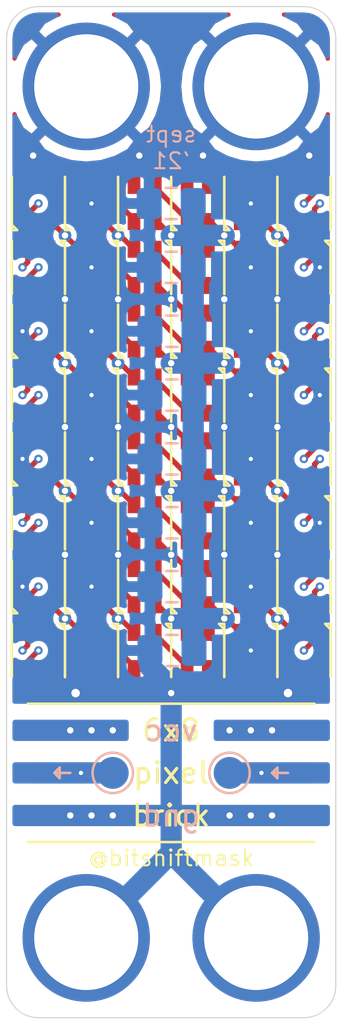
<source format=kicad_pcb>
(kicad_pcb (version 20171130) (host pcbnew 5.1.10)
  (layers (0 F.Cu signal) (1 In1.Cu power) (2 In2.Cu signal) (31 B.Cu power) (34 B.Paste user) (35 F.Paste user) (36 B.SilkS user) (37 F.SilkS user) (38 B.Mask user) (39 F.Mask user) (44 Edge.Cuts user))
  (net 0 "")
  (net 1 "Net-(D1-Pad3)")
  (net 2 +5V)
  (net 3 GND)
  (net 4 "Net-(D10-Pad1)")
  (net 5 /end-of-row-1)
  (net 6 "Net-(D11-Pad1)")
  (net 7 /end-of-row-2)
  (net 8 "Net-(D12-Pad1)")
  (net 9 /end-of-row-3)
  (net 10 "Net-(D13-Pad1)")
  (net 11 /end-of-row-4)
  (net 12 "Net-(D14-Pad1)")
  (net 13 /end-of-row-5)
  (net 14 "Net-(D15-Pad1)")
  (net 15 /end-of-row-6)
  (net 16 "Net-(D16-Pad1)")
  (net 17 /end-of-row-7)
  (net 18 "Net-(D17-Pad1)")
  (net 19 "Net-(D10-Pad3)")
  (net 20 "Net-(D11-Pad3)")
  (net 21 "Net-(D12-Pad3)")
  (net 22 "Net-(D13-Pad3)")
  (net 23 "Net-(D14-Pad3)")
  (net 24 "Net-(D15-Pad3)")
  (net 25 "Net-(D16-Pad3)")
  (net 26 "Net-(D17-Pad3)")
  (net 27 "Net-(D18-Pad3)")
  (net 28 "Net-(D19-Pad3)")
  (net 29 "Net-(D20-Pad3)")
  (net 30 "Net-(D21-Pad3)")
  (net 31 "Net-(D22-Pad3)")
  (net 32 "Net-(D23-Pad3)")
  (net 33 "Net-(D24-Pad3)")
  (net 34 "Net-(D25-Pad3)")
  (net 35 "Net-(D26-Pad3)")
  (net 36 "Net-(D27-Pad3)")
  (net 37 "Net-(D28-Pad3)")
  (net 38 "Net-(D29-Pad3)")
  (net 39 "Net-(D30-Pad3)")
  (net 40 "Net-(D31-Pad3)")
  (net 41 "Net-(D32-Pad3)")
  (net 42 "Net-(D33-Pad3)")
  (net 43 "Net-(D34-Pad3)")
  (net 44 "Net-(D35-Pad3)")
  (net 45 "Net-(D36-Pad3)")
  (net 46 "Net-(D37-Pad3)")
  (net 47 "Net-(D38-Pad3)")
  (net 48 "Net-(D39-Pad3)")
  (net 49 "Net-(D40-Pad3)")
  (net 50 "Net-(D1-Pad1)")
  (net 51 "Net-(D48-Pad3)")
  (module TestPoint:TestPoint_Pad_D1.5mm (layer B.Cu) (at 178.5 76.75)
    (fp_text reference TP2 hide)
    (fp_text value TestPoint)
    (pad 1 smd circle (at 0 0) (size 1.5 1.5) (layers B.Cu B.Mask) (net 51 "Net-(D48-Pad3)"))
  )
  (module TestPoint:TestPoint_Pad_D1.5mm (layer B.Cu) (at 184 76.75)
    (fp_text reference TP1 hide)
    (fp_text value TestPoint)
    (pad 1 smd circle (at 0 0) (size 1.5 1.5) (layers B.Cu B.Mask) (net 50 "Net-(D1-Pad1)"))
  )
  (module brick-4_9id-6_0od:brick-1x2 (layer F.Cu) (at 177.25 84.5 90)
    (fp_text reference J2 hide)
    (fp_text value Conn_01x02)
    (pad 2 thru_hole circle (at 0 8 90) (size 6 6) (drill 4.9) (layers *.Cu *.Mask) (net 3 GND))
    (pad 1 thru_hole circle (at 0 0 90) (size 6 6) (drill 4.9) (layers *.Cu *.Mask) (net 3 GND))
  )
  (module brick-4_9id-6_0od:brick-1x2 (layer F.Cu) (at 177.25 44.5 90)
    (fp_text reference J1 hide)
    (fp_text value Conn_01x02)
    (pad 2 thru_hole circle (at 0 8 90) (size 6 6) (drill 4.9) (layers *.Cu *.Mask) (net 3 GND))
    (pad 1 thru_hole circle (at 0 0 90) (size 6 6) (drill 4.9) (layers *.Cu *.Mask) (net 3 GND))
  )
  (module Capacitor_SMD:C_0805_2012Metric_Pad1.18x1.45mm_HandSolder (layer B.Cu) (at 181.2875 71 180)
    (fp_text reference C8 hide)
    (fp_text value C)
    (pad 2 smd roundrect (at 1.0375 0 180) (size 1.175 1.45) (layers B.Cu B.Paste B.Mask) (roundrect_rratio 0.2127659574468085) (net 3 GND))
    (pad 1 smd roundrect (at -1.0375 0 180) (size 1.175 1.45) (layers B.Cu B.Paste B.Mask) (roundrect_rratio 0.2127659574468085) (net 2 +5V))
  )
  (module Capacitor_SMD:C_0805_2012Metric_Pad1.18x1.45mm_HandSolder (layer B.Cu) (at 181.2875 68 180)
    (fp_text reference C7 hide)
    (fp_text value C)
    (pad 2 smd roundrect (at 1.0375 0 180) (size 1.175 1.45) (layers B.Cu B.Paste B.Mask) (roundrect_rratio 0.2127659574468085) (net 3 GND))
    (pad 1 smd roundrect (at -1.0375 0 180) (size 1.175 1.45) (layers B.Cu B.Paste B.Mask) (roundrect_rratio 0.2127659574468085) (net 2 +5V))
  )
  (module Capacitor_SMD:C_0805_2012Metric_Pad1.18x1.45mm_HandSolder (layer B.Cu) (at 181.2875 65 180)
    (fp_text reference C6 hide)
    (fp_text value C)
    (pad 2 smd roundrect (at 1.0375 0 180) (size 1.175 1.45) (layers B.Cu B.Paste B.Mask) (roundrect_rratio 0.2127659574468085) (net 3 GND))
    (pad 1 smd roundrect (at -1.0375 0 180) (size 1.175 1.45) (layers B.Cu B.Paste B.Mask) (roundrect_rratio 0.2127659574468085) (net 2 +5V))
  )
  (module Capacitor_SMD:C_0805_2012Metric_Pad1.18x1.45mm_HandSolder (layer B.Cu) (at 181.2875 62 180)
    (fp_text reference C5 hide)
    (fp_text value C)
    (pad 2 smd roundrect (at 1.0375 0 180) (size 1.175 1.45) (layers B.Cu B.Paste B.Mask) (roundrect_rratio 0.2127659574468085) (net 3 GND))
    (pad 1 smd roundrect (at -1.0375 0 180) (size 1.175 1.45) (layers B.Cu B.Paste B.Mask) (roundrect_rratio 0.2127659574468085) (net 2 +5V))
  )
  (module Capacitor_SMD:C_0805_2012Metric_Pad1.18x1.45mm_HandSolder (layer B.Cu) (at 181.2875 59 180)
    (fp_text reference C4 hide)
    (fp_text value C)
    (pad 2 smd roundrect (at 1.0375 0 180) (size 1.175 1.45) (layers B.Cu B.Paste B.Mask) (roundrect_rratio 0.2127659574468085) (net 3 GND))
    (pad 1 smd roundrect (at -1.0375 0 180) (size 1.175 1.45) (layers B.Cu B.Paste B.Mask) (roundrect_rratio 0.2127659574468085) (net 2 +5V))
  )
  (module Capacitor_SMD:C_0805_2012Metric_Pad1.18x1.45mm_HandSolder (layer B.Cu) (at 181.2875 56 180)
    (fp_text reference C3 hide)
    (fp_text value C)
    (pad 2 smd roundrect (at 1.0375 0 180) (size 1.175 1.45) (layers B.Cu B.Paste B.Mask) (roundrect_rratio 0.2127659574468085) (net 3 GND))
    (pad 1 smd roundrect (at -1.0375 0 180) (size 1.175 1.45) (layers B.Cu B.Paste B.Mask) (roundrect_rratio 0.2127659574468085) (net 2 +5V))
  )
  (module Capacitor_SMD:C_0805_2012Metric_Pad1.18x1.45mm_HandSolder (layer B.Cu) (at 181.25 53 180)
    (fp_text reference C2 hide)
    (fp_text value C)
    (pad 2 smd roundrect (at 1.0375 0 180) (size 1.175 1.45) (layers B.Cu B.Paste B.Mask) (roundrect_rratio 0.2127659574468085) (net 3 GND))
    (pad 1 smd roundrect (at -1.0375 0 180) (size 1.175 1.45) (layers B.Cu B.Paste B.Mask) (roundrect_rratio 0.2127659574468085) (net 2 +5V))
  )
  (module Capacitor_SMD:C_0805_2012Metric_Pad1.18x1.45mm_HandSolder (layer B.Cu) (at 181.25 50 180)
    (fp_text reference C1 hide)
    (fp_text value C)
    (pad 2 smd roundrect (at 1.0375 0 180) (size 1.175 1.45) (layers B.Cu B.Paste B.Mask) (roundrect_rratio 0.2127659574468085) (net 3 GND))
    (pad 1 smd roundrect (at -1.0375 0 180) (size 1.175 1.45) (layers B.Cu B.Paste B.Mask) (roundrect_rratio 0.2127659574468085) (net 2 +5V))
  )
  (module brick-misc:TC2020RGB (layer F.Cu) (at 175 53 270)
    (fp_text reference D42 hide)
    (fp_text value TC2020-RGB)
    (pad 3 smd rect (at 0.85 0.5 270) (size 0.8 0.6) (layers F.Cu F.Paste F.Mask) (net 7 /end-of-row-2))
    (pad 2 smd rect (at -0.85 0.5 270) (size 0.8 0.6) (layers F.Cu F.Paste F.Mask) (net 2 +5V))
    (pad 4 smd rect (at 0.85 -0.5 270) (size 0.8 0.6) (layers F.Cu F.Paste F.Mask) (net 3 GND))
    (pad 1 smd rect (at -0.85 -0.5 270) (size 0.8 0.6) (layers F.Cu F.Paste F.Mask) (net 43 "Net-(D34-Pad3)"))
  )
  (module brick-misc:TC2020RGB (layer F.Cu) (at 175 71 270)
    (fp_text reference D48 hide)
    (fp_text value TC2020-RGB)
    (pad 3 smd rect (at 0.85 0.5 270) (size 0.8 0.6) (layers F.Cu F.Paste F.Mask) (net 51 "Net-(D48-Pad3)"))
    (pad 2 smd rect (at -0.85 0.5 270) (size 0.8 0.6) (layers F.Cu F.Paste F.Mask) (net 2 +5V))
    (pad 4 smd rect (at 0.85 -0.5 270) (size 0.8 0.6) (layers F.Cu F.Paste F.Mask) (net 3 GND))
    (pad 1 smd rect (at -0.85 -0.5 270) (size 0.8 0.6) (layers F.Cu F.Paste F.Mask) (net 49 "Net-(D40-Pad3)"))
  )
  (module brick-misc:TC2020RGB (layer F.Cu) (at 187.5 68 90)
    (fp_text reference D47 hide)
    (fp_text value TC2020-RGB)
    (pad 3 smd rect (at 0.85 0.5 90) (size 0.8 0.6) (layers F.Cu F.Paste F.Mask) (net 17 /end-of-row-7))
    (pad 2 smd rect (at -0.85 0.5 90) (size 0.8 0.6) (layers F.Cu F.Paste F.Mask) (net 2 +5V))
    (pad 4 smd rect (at 0.85 -0.5 90) (size 0.8 0.6) (layers F.Cu F.Paste F.Mask) (net 3 GND))
    (pad 1 smd rect (at -0.85 -0.5 90) (size 0.8 0.6) (layers F.Cu F.Paste F.Mask) (net 48 "Net-(D39-Pad3)"))
  )
  (module brick-misc:TC2020RGB (layer F.Cu) (at 175 65 270)
    (fp_text reference D46 hide)
    (fp_text value TC2020-RGB)
    (pad 3 smd rect (at 0.85 0.5 270) (size 0.8 0.6) (layers F.Cu F.Paste F.Mask) (net 15 /end-of-row-6))
    (pad 2 smd rect (at -0.85 0.5 270) (size 0.8 0.6) (layers F.Cu F.Paste F.Mask) (net 2 +5V))
    (pad 4 smd rect (at 0.85 -0.5 270) (size 0.8 0.6) (layers F.Cu F.Paste F.Mask) (net 3 GND))
    (pad 1 smd rect (at -0.85 -0.5 270) (size 0.8 0.6) (layers F.Cu F.Paste F.Mask) (net 47 "Net-(D38-Pad3)"))
  )
  (module brick-misc:TC2020RGB (layer F.Cu) (at 187.5 62 90)
    (fp_text reference D45 hide)
    (fp_text value TC2020-RGB)
    (pad 3 smd rect (at 0.85 0.5 90) (size 0.8 0.6) (layers F.Cu F.Paste F.Mask) (net 13 /end-of-row-5))
    (pad 2 smd rect (at -0.85 0.5 90) (size 0.8 0.6) (layers F.Cu F.Paste F.Mask) (net 2 +5V))
    (pad 4 smd rect (at 0.85 -0.5 90) (size 0.8 0.6) (layers F.Cu F.Paste F.Mask) (net 3 GND))
    (pad 1 smd rect (at -0.85 -0.5 90) (size 0.8 0.6) (layers F.Cu F.Paste F.Mask) (net 46 "Net-(D37-Pad3)"))
  )
  (module brick-misc:TC2020RGB (layer F.Cu) (at 175 59 270)
    (fp_text reference D44 hide)
    (fp_text value TC2020-RGB)
    (pad 3 smd rect (at 0.85 0.5 270) (size 0.8 0.6) (layers F.Cu F.Paste F.Mask) (net 11 /end-of-row-4))
    (pad 2 smd rect (at -0.85 0.5 270) (size 0.8 0.6) (layers F.Cu F.Paste F.Mask) (net 2 +5V))
    (pad 4 smd rect (at 0.85 -0.5 270) (size 0.8 0.6) (layers F.Cu F.Paste F.Mask) (net 3 GND))
    (pad 1 smd rect (at -0.85 -0.5 270) (size 0.8 0.6) (layers F.Cu F.Paste F.Mask) (net 45 "Net-(D36-Pad3)"))
  )
  (module brick-misc:TC2020RGB (layer F.Cu) (at 187.5 56 90)
    (fp_text reference D43 hide)
    (fp_text value TC2020-RGB)
    (pad 3 smd rect (at 0.85 0.5 90) (size 0.8 0.6) (layers F.Cu F.Paste F.Mask) (net 9 /end-of-row-3))
    (pad 2 smd rect (at -0.85 0.5 90) (size 0.8 0.6) (layers F.Cu F.Paste F.Mask) (net 2 +5V))
    (pad 4 smd rect (at 0.85 -0.5 90) (size 0.8 0.6) (layers F.Cu F.Paste F.Mask) (net 3 GND))
    (pad 1 smd rect (at -0.85 -0.5 90) (size 0.8 0.6) (layers F.Cu F.Paste F.Mask) (net 44 "Net-(D35-Pad3)"))
  )
  (module brick-misc:TC2020RGB (layer F.Cu) (at 187.5 50 90)
    (fp_text reference D41 hide)
    (fp_text value TC2020-RGB)
    (pad 3 smd rect (at 0.85 0.5 90) (size 0.8 0.6) (layers F.Cu F.Paste F.Mask) (net 5 /end-of-row-1))
    (pad 2 smd rect (at -0.85 0.5 90) (size 0.8 0.6) (layers F.Cu F.Paste F.Mask) (net 2 +5V))
    (pad 4 smd rect (at 0.85 -0.5 90) (size 0.8 0.6) (layers F.Cu F.Paste F.Mask) (net 3 GND))
    (pad 1 smd rect (at -0.85 -0.5 90) (size 0.8 0.6) (layers F.Cu F.Paste F.Mask) (net 42 "Net-(D33-Pad3)"))
  )
  (module brick-misc:TC2020RGB (layer F.Cu) (at 177.5 71 270)
    (fp_text reference D40 hide)
    (fp_text value TC2020-RGB)
    (pad 3 smd rect (at 0.85 0.5 270) (size 0.8 0.6) (layers F.Cu F.Paste F.Mask) (net 49 "Net-(D40-Pad3)"))
    (pad 2 smd rect (at -0.85 0.5 270) (size 0.8 0.6) (layers F.Cu F.Paste F.Mask) (net 2 +5V))
    (pad 4 smd rect (at 0.85 -0.5 270) (size 0.8 0.6) (layers F.Cu F.Paste F.Mask) (net 3 GND))
    (pad 1 smd rect (at -0.85 -0.5 270) (size 0.8 0.6) (layers F.Cu F.Paste F.Mask) (net 41 "Net-(D32-Pad3)"))
  )
  (module brick-misc:TC2020RGB (layer F.Cu) (at 185 68 90)
    (fp_text reference D39 hide)
    (fp_text value TC2020-RGB)
    (pad 3 smd rect (at 0.85 0.5 90) (size 0.8 0.6) (layers F.Cu F.Paste F.Mask) (net 48 "Net-(D39-Pad3)"))
    (pad 2 smd rect (at -0.85 0.5 90) (size 0.8 0.6) (layers F.Cu F.Paste F.Mask) (net 2 +5V))
    (pad 4 smd rect (at 0.85 -0.5 90) (size 0.8 0.6) (layers F.Cu F.Paste F.Mask) (net 3 GND))
    (pad 1 smd rect (at -0.85 -0.5 90) (size 0.8 0.6) (layers F.Cu F.Paste F.Mask) (net 40 "Net-(D31-Pad3)"))
  )
  (module brick-misc:TC2020RGB (layer F.Cu) (at 177.5 65 270)
    (fp_text reference D38 hide)
    (fp_text value TC2020-RGB)
    (pad 3 smd rect (at 0.85 0.5 270) (size 0.8 0.6) (layers F.Cu F.Paste F.Mask) (net 47 "Net-(D38-Pad3)"))
    (pad 2 smd rect (at -0.85 0.5 270) (size 0.8 0.6) (layers F.Cu F.Paste F.Mask) (net 2 +5V))
    (pad 4 smd rect (at 0.85 -0.5 270) (size 0.8 0.6) (layers F.Cu F.Paste F.Mask) (net 3 GND))
    (pad 1 smd rect (at -0.85 -0.5 270) (size 0.8 0.6) (layers F.Cu F.Paste F.Mask) (net 39 "Net-(D30-Pad3)"))
  )
  (module brick-misc:TC2020RGB (layer F.Cu) (at 185 62 90)
    (fp_text reference D37 hide)
    (fp_text value TC2020-RGB)
    (pad 3 smd rect (at 0.85 0.5 90) (size 0.8 0.6) (layers F.Cu F.Paste F.Mask) (net 46 "Net-(D37-Pad3)"))
    (pad 2 smd rect (at -0.85 0.5 90) (size 0.8 0.6) (layers F.Cu F.Paste F.Mask) (net 2 +5V))
    (pad 4 smd rect (at 0.85 -0.5 90) (size 0.8 0.6) (layers F.Cu F.Paste F.Mask) (net 3 GND))
    (pad 1 smd rect (at -0.85 -0.5 90) (size 0.8 0.6) (layers F.Cu F.Paste F.Mask) (net 38 "Net-(D29-Pad3)"))
  )
  (module brick-misc:TC2020RGB (layer F.Cu) (at 177.5 59 270)
    (fp_text reference D36 hide)
    (fp_text value TC2020-RGB)
    (pad 3 smd rect (at 0.85 0.5 270) (size 0.8 0.6) (layers F.Cu F.Paste F.Mask) (net 45 "Net-(D36-Pad3)"))
    (pad 2 smd rect (at -0.85 0.5 270) (size 0.8 0.6) (layers F.Cu F.Paste F.Mask) (net 2 +5V))
    (pad 4 smd rect (at 0.85 -0.5 270) (size 0.8 0.6) (layers F.Cu F.Paste F.Mask) (net 3 GND))
    (pad 1 smd rect (at -0.85 -0.5 270) (size 0.8 0.6) (layers F.Cu F.Paste F.Mask) (net 37 "Net-(D28-Pad3)"))
  )
  (module brick-misc:TC2020RGB (layer F.Cu) (at 185 56 90)
    (fp_text reference D35 hide)
    (fp_text value TC2020-RGB)
    (pad 3 smd rect (at 0.85 0.5 90) (size 0.8 0.6) (layers F.Cu F.Paste F.Mask) (net 44 "Net-(D35-Pad3)"))
    (pad 2 smd rect (at -0.85 0.5 90) (size 0.8 0.6) (layers F.Cu F.Paste F.Mask) (net 2 +5V))
    (pad 4 smd rect (at 0.85 -0.5 90) (size 0.8 0.6) (layers F.Cu F.Paste F.Mask) (net 3 GND))
    (pad 1 smd rect (at -0.85 -0.5 90) (size 0.8 0.6) (layers F.Cu F.Paste F.Mask) (net 36 "Net-(D27-Pad3)"))
  )
  (module brick-misc:TC2020RGB (layer F.Cu) (at 177.5 53 270)
    (fp_text reference D34 hide)
    (fp_text value TC2020-RGB)
    (pad 3 smd rect (at 0.85 0.5 270) (size 0.8 0.6) (layers F.Cu F.Paste F.Mask) (net 43 "Net-(D34-Pad3)"))
    (pad 2 smd rect (at -0.85 0.5 270) (size 0.8 0.6) (layers F.Cu F.Paste F.Mask) (net 2 +5V))
    (pad 4 smd rect (at 0.85 -0.5 270) (size 0.8 0.6) (layers F.Cu F.Paste F.Mask) (net 3 GND))
    (pad 1 smd rect (at -0.85 -0.5 270) (size 0.8 0.6) (layers F.Cu F.Paste F.Mask) (net 35 "Net-(D26-Pad3)"))
  )
  (module brick-misc:TC2020RGB (layer F.Cu) (at 185 50 90)
    (fp_text reference D33 hide)
    (fp_text value TC2020-RGB)
    (pad 3 smd rect (at 0.85 0.5 90) (size 0.8 0.6) (layers F.Cu F.Paste F.Mask) (net 42 "Net-(D33-Pad3)"))
    (pad 2 smd rect (at -0.85 0.5 90) (size 0.8 0.6) (layers F.Cu F.Paste F.Mask) (net 2 +5V))
    (pad 4 smd rect (at 0.85 -0.5 90) (size 0.8 0.6) (layers F.Cu F.Paste F.Mask) (net 3 GND))
    (pad 1 smd rect (at -0.85 -0.5 90) (size 0.8 0.6) (layers F.Cu F.Paste F.Mask) (net 34 "Net-(D25-Pad3)"))
  )
  (module brick-misc:TC2020RGB (layer F.Cu) (at 180 71 270)
    (fp_text reference D32 hide)
    (fp_text value TC2020-RGB)
    (pad 3 smd rect (at 0.85 0.5 270) (size 0.8 0.6) (layers F.Cu F.Paste F.Mask) (net 41 "Net-(D32-Pad3)"))
    (pad 2 smd rect (at -0.85 0.5 270) (size 0.8 0.6) (layers F.Cu F.Paste F.Mask) (net 2 +5V))
    (pad 4 smd rect (at 0.85 -0.5 270) (size 0.8 0.6) (layers F.Cu F.Paste F.Mask) (net 3 GND))
    (pad 1 smd rect (at -0.85 -0.5 270) (size 0.8 0.6) (layers F.Cu F.Paste F.Mask) (net 33 "Net-(D24-Pad3)"))
  )
  (module brick-misc:TC2020RGB (layer F.Cu) (at 182.5 68 90)
    (fp_text reference D31 hide)
    (fp_text value TC2020-RGB)
    (pad 3 smd rect (at 0.85 0.5 90) (size 0.8 0.6) (layers F.Cu F.Paste F.Mask) (net 40 "Net-(D31-Pad3)"))
    (pad 2 smd rect (at -0.85 0.5 90) (size 0.8 0.6) (layers F.Cu F.Paste F.Mask) (net 2 +5V))
    (pad 4 smd rect (at 0.85 -0.5 90) (size 0.8 0.6) (layers F.Cu F.Paste F.Mask) (net 3 GND))
    (pad 1 smd rect (at -0.85 -0.5 90) (size 0.8 0.6) (layers F.Cu F.Paste F.Mask) (net 32 "Net-(D23-Pad3)"))
  )
  (module brick-misc:TC2020RGB (layer F.Cu) (at 180 65 270)
    (fp_text reference D30 hide)
    (fp_text value TC2020-RGB)
    (pad 3 smd rect (at 0.85 0.5 270) (size 0.8 0.6) (layers F.Cu F.Paste F.Mask) (net 39 "Net-(D30-Pad3)"))
    (pad 2 smd rect (at -0.85 0.5 270) (size 0.8 0.6) (layers F.Cu F.Paste F.Mask) (net 2 +5V))
    (pad 4 smd rect (at 0.85 -0.5 270) (size 0.8 0.6) (layers F.Cu F.Paste F.Mask) (net 3 GND))
    (pad 1 smd rect (at -0.85 -0.5 270) (size 0.8 0.6) (layers F.Cu F.Paste F.Mask) (net 31 "Net-(D22-Pad3)"))
  )
  (module brick-misc:TC2020RGB (layer F.Cu) (at 182.5 62 90)
    (fp_text reference D29 hide)
    (fp_text value TC2020-RGB)
    (pad 3 smd rect (at 0.85 0.5 90) (size 0.8 0.6) (layers F.Cu F.Paste F.Mask) (net 38 "Net-(D29-Pad3)"))
    (pad 2 smd rect (at -0.85 0.5 90) (size 0.8 0.6) (layers F.Cu F.Paste F.Mask) (net 2 +5V))
    (pad 4 smd rect (at 0.85 -0.5 90) (size 0.8 0.6) (layers F.Cu F.Paste F.Mask) (net 3 GND))
    (pad 1 smd rect (at -0.85 -0.5 90) (size 0.8 0.6) (layers F.Cu F.Paste F.Mask) (net 30 "Net-(D21-Pad3)"))
  )
  (module brick-misc:TC2020RGB (layer F.Cu) (at 180 59 270)
    (fp_text reference D28 hide)
    (fp_text value TC2020-RGB)
    (pad 3 smd rect (at 0.85 0.5 270) (size 0.8 0.6) (layers F.Cu F.Paste F.Mask) (net 37 "Net-(D28-Pad3)"))
    (pad 2 smd rect (at -0.85 0.5 270) (size 0.8 0.6) (layers F.Cu F.Paste F.Mask) (net 2 +5V))
    (pad 4 smd rect (at 0.85 -0.5 270) (size 0.8 0.6) (layers F.Cu F.Paste F.Mask) (net 3 GND))
    (pad 1 smd rect (at -0.85 -0.5 270) (size 0.8 0.6) (layers F.Cu F.Paste F.Mask) (net 29 "Net-(D20-Pad3)"))
  )
  (module brick-misc:TC2020RGB (layer F.Cu) (at 182.5 56 90)
    (fp_text reference D27 hide)
    (fp_text value TC2020-RGB)
    (pad 3 smd rect (at 0.85 0.5 90) (size 0.8 0.6) (layers F.Cu F.Paste F.Mask) (net 36 "Net-(D27-Pad3)"))
    (pad 2 smd rect (at -0.85 0.5 90) (size 0.8 0.6) (layers F.Cu F.Paste F.Mask) (net 2 +5V))
    (pad 4 smd rect (at 0.85 -0.5 90) (size 0.8 0.6) (layers F.Cu F.Paste F.Mask) (net 3 GND))
    (pad 1 smd rect (at -0.85 -0.5 90) (size 0.8 0.6) (layers F.Cu F.Paste F.Mask) (net 28 "Net-(D19-Pad3)"))
  )
  (module brick-misc:TC2020RGB (layer F.Cu) (at 180 53 270)
    (fp_text reference D26 hide)
    (fp_text value TC2020-RGB)
    (pad 3 smd rect (at 0.85 0.5 270) (size 0.8 0.6) (layers F.Cu F.Paste F.Mask) (net 35 "Net-(D26-Pad3)"))
    (pad 2 smd rect (at -0.85 0.5 270) (size 0.8 0.6) (layers F.Cu F.Paste F.Mask) (net 2 +5V))
    (pad 4 smd rect (at 0.85 -0.5 270) (size 0.8 0.6) (layers F.Cu F.Paste F.Mask) (net 3 GND))
    (pad 1 smd rect (at -0.85 -0.5 270) (size 0.8 0.6) (layers F.Cu F.Paste F.Mask) (net 27 "Net-(D18-Pad3)"))
  )
  (module brick-misc:TC2020RGB (layer F.Cu) (at 182.5 50 90)
    (fp_text reference D25 hide)
    (fp_text value TC2020-RGB)
    (pad 3 smd rect (at 0.85 0.5 90) (size 0.8 0.6) (layers F.Cu F.Paste F.Mask) (net 34 "Net-(D25-Pad3)"))
    (pad 2 smd rect (at -0.85 0.5 90) (size 0.8 0.6) (layers F.Cu F.Paste F.Mask) (net 2 +5V))
    (pad 4 smd rect (at 0.85 -0.5 90) (size 0.8 0.6) (layers F.Cu F.Paste F.Mask) (net 3 GND))
    (pad 1 smd rect (at -0.85 -0.5 90) (size 0.8 0.6) (layers F.Cu F.Paste F.Mask) (net 26 "Net-(D17-Pad3)"))
  )
  (module brick-misc:TC2020RGB (layer F.Cu) (at 182.5 71 270)
    (fp_text reference D24 hide)
    (fp_text value TC2020-RGB)
    (pad 3 smd rect (at 0.85 0.5 270) (size 0.8 0.6) (layers F.Cu F.Paste F.Mask) (net 33 "Net-(D24-Pad3)"))
    (pad 2 smd rect (at -0.85 0.5 270) (size 0.8 0.6) (layers F.Cu F.Paste F.Mask) (net 2 +5V))
    (pad 4 smd rect (at 0.85 -0.5 270) (size 0.8 0.6) (layers F.Cu F.Paste F.Mask) (net 3 GND))
    (pad 1 smd rect (at -0.85 -0.5 270) (size 0.8 0.6) (layers F.Cu F.Paste F.Mask) (net 25 "Net-(D16-Pad3)"))
  )
  (module brick-misc:TC2020RGB (layer F.Cu) (at 180 68 90)
    (fp_text reference D23 hide)
    (fp_text value TC2020-RGB)
    (pad 3 smd rect (at 0.85 0.5 90) (size 0.8 0.6) (layers F.Cu F.Paste F.Mask) (net 32 "Net-(D23-Pad3)"))
    (pad 2 smd rect (at -0.85 0.5 90) (size 0.8 0.6) (layers F.Cu F.Paste F.Mask) (net 2 +5V))
    (pad 4 smd rect (at 0.85 -0.5 90) (size 0.8 0.6) (layers F.Cu F.Paste F.Mask) (net 3 GND))
    (pad 1 smd rect (at -0.85 -0.5 90) (size 0.8 0.6) (layers F.Cu F.Paste F.Mask) (net 24 "Net-(D15-Pad3)"))
  )
  (module brick-misc:TC2020RGB (layer F.Cu) (at 182.5 65 270)
    (fp_text reference D22 hide)
    (fp_text value TC2020-RGB)
    (pad 3 smd rect (at 0.85 0.5 270) (size 0.8 0.6) (layers F.Cu F.Paste F.Mask) (net 31 "Net-(D22-Pad3)"))
    (pad 2 smd rect (at -0.85 0.5 270) (size 0.8 0.6) (layers F.Cu F.Paste F.Mask) (net 2 +5V))
    (pad 4 smd rect (at 0.85 -0.5 270) (size 0.8 0.6) (layers F.Cu F.Paste F.Mask) (net 3 GND))
    (pad 1 smd rect (at -0.85 -0.5 270) (size 0.8 0.6) (layers F.Cu F.Paste F.Mask) (net 23 "Net-(D14-Pad3)"))
  )
  (module brick-misc:TC2020RGB (layer F.Cu) (at 180 62 90)
    (fp_text reference D21 hide)
    (fp_text value TC2020-RGB)
    (pad 3 smd rect (at 0.85 0.5 90) (size 0.8 0.6) (layers F.Cu F.Paste F.Mask) (net 30 "Net-(D21-Pad3)"))
    (pad 2 smd rect (at -0.85 0.5 90) (size 0.8 0.6) (layers F.Cu F.Paste F.Mask) (net 2 +5V))
    (pad 4 smd rect (at 0.85 -0.5 90) (size 0.8 0.6) (layers F.Cu F.Paste F.Mask) (net 3 GND))
    (pad 1 smd rect (at -0.85 -0.5 90) (size 0.8 0.6) (layers F.Cu F.Paste F.Mask) (net 22 "Net-(D13-Pad3)"))
  )
  (module brick-misc:TC2020RGB (layer F.Cu) (at 182.5 59 270)
    (fp_text reference D20 hide)
    (fp_text value TC2020-RGB)
    (pad 3 smd rect (at 0.85 0.5 270) (size 0.8 0.6) (layers F.Cu F.Paste F.Mask) (net 29 "Net-(D20-Pad3)"))
    (pad 2 smd rect (at -0.85 0.5 270) (size 0.8 0.6) (layers F.Cu F.Paste F.Mask) (net 2 +5V))
    (pad 4 smd rect (at 0.85 -0.5 270) (size 0.8 0.6) (layers F.Cu F.Paste F.Mask) (net 3 GND))
    (pad 1 smd rect (at -0.85 -0.5 270) (size 0.8 0.6) (layers F.Cu F.Paste F.Mask) (net 21 "Net-(D12-Pad3)"))
  )
  (module brick-misc:TC2020RGB (layer F.Cu) (at 180 56 90)
    (fp_text reference D19 hide)
    (fp_text value TC2020-RGB)
    (pad 3 smd rect (at 0.85 0.5 90) (size 0.8 0.6) (layers F.Cu F.Paste F.Mask) (net 28 "Net-(D19-Pad3)"))
    (pad 2 smd rect (at -0.85 0.5 90) (size 0.8 0.6) (layers F.Cu F.Paste F.Mask) (net 2 +5V))
    (pad 4 smd rect (at 0.85 -0.5 90) (size 0.8 0.6) (layers F.Cu F.Paste F.Mask) (net 3 GND))
    (pad 1 smd rect (at -0.85 -0.5 90) (size 0.8 0.6) (layers F.Cu F.Paste F.Mask) (net 20 "Net-(D11-Pad3)"))
  )
  (module brick-misc:TC2020RGB (layer F.Cu) (at 182.5 53 270)
    (fp_text reference D18 hide)
    (fp_text value TC2020-RGB)
    (pad 3 smd rect (at 0.85 0.5 270) (size 0.8 0.6) (layers F.Cu F.Paste F.Mask) (net 27 "Net-(D18-Pad3)"))
    (pad 2 smd rect (at -0.85 0.5 270) (size 0.8 0.6) (layers F.Cu F.Paste F.Mask) (net 2 +5V))
    (pad 4 smd rect (at 0.85 -0.5 270) (size 0.8 0.6) (layers F.Cu F.Paste F.Mask) (net 3 GND))
    (pad 1 smd rect (at -0.85 -0.5 270) (size 0.8 0.6) (layers F.Cu F.Paste F.Mask) (net 19 "Net-(D10-Pad3)"))
  )
  (module brick-misc:TC2020RGB (layer F.Cu) (at 180 50 90)
    (fp_text reference D17 hide)
    (fp_text value TC2020-RGB)
    (pad 3 smd rect (at 0.85 0.5 90) (size 0.8 0.6) (layers F.Cu F.Paste F.Mask) (net 26 "Net-(D17-Pad3)"))
    (pad 2 smd rect (at -0.85 0.5 90) (size 0.8 0.6) (layers F.Cu F.Paste F.Mask) (net 2 +5V))
    (pad 4 smd rect (at 0.85 -0.5 90) (size 0.8 0.6) (layers F.Cu F.Paste F.Mask) (net 3 GND))
    (pad 1 smd rect (at -0.85 -0.5 90) (size 0.8 0.6) (layers F.Cu F.Paste F.Mask) (net 18 "Net-(D17-Pad1)"))
  )
  (module brick-misc:TC2020RGB (layer F.Cu) (at 185 71 270)
    (fp_text reference D16 hide)
    (fp_text value TC2020-RGB)
    (pad 3 smd rect (at 0.85 0.5 270) (size 0.8 0.6) (layers F.Cu F.Paste F.Mask) (net 25 "Net-(D16-Pad3)"))
    (pad 2 smd rect (at -0.85 0.5 270) (size 0.8 0.6) (layers F.Cu F.Paste F.Mask) (net 2 +5V))
    (pad 4 smd rect (at 0.85 -0.5 270) (size 0.8 0.6) (layers F.Cu F.Paste F.Mask) (net 3 GND))
    (pad 1 smd rect (at -0.85 -0.5 270) (size 0.8 0.6) (layers F.Cu F.Paste F.Mask) (net 16 "Net-(D16-Pad1)"))
  )
  (module brick-misc:TC2020RGB (layer F.Cu) (at 177.5 68 90)
    (fp_text reference D15 hide)
    (fp_text value TC2020-RGB)
    (pad 3 smd rect (at 0.85 0.5 90) (size 0.8 0.6) (layers F.Cu F.Paste F.Mask) (net 24 "Net-(D15-Pad3)"))
    (pad 2 smd rect (at -0.85 0.5 90) (size 0.8 0.6) (layers F.Cu F.Paste F.Mask) (net 2 +5V))
    (pad 4 smd rect (at 0.85 -0.5 90) (size 0.8 0.6) (layers F.Cu F.Paste F.Mask) (net 3 GND))
    (pad 1 smd rect (at -0.85 -0.5 90) (size 0.8 0.6) (layers F.Cu F.Paste F.Mask) (net 14 "Net-(D15-Pad1)"))
  )
  (module brick-misc:TC2020RGB (layer F.Cu) (at 185 65 270)
    (fp_text reference D14 hide)
    (fp_text value TC2020-RGB)
    (pad 3 smd rect (at 0.85 0.5 270) (size 0.8 0.6) (layers F.Cu F.Paste F.Mask) (net 23 "Net-(D14-Pad3)"))
    (pad 2 smd rect (at -0.85 0.5 270) (size 0.8 0.6) (layers F.Cu F.Paste F.Mask) (net 2 +5V))
    (pad 4 smd rect (at 0.85 -0.5 270) (size 0.8 0.6) (layers F.Cu F.Paste F.Mask) (net 3 GND))
    (pad 1 smd rect (at -0.85 -0.5 270) (size 0.8 0.6) (layers F.Cu F.Paste F.Mask) (net 12 "Net-(D14-Pad1)"))
  )
  (module brick-misc:TC2020RGB (layer F.Cu) (at 177.5 62 90)
    (fp_text reference D13 hide)
    (fp_text value TC2020-RGB)
    (pad 3 smd rect (at 0.85 0.5 90) (size 0.8 0.6) (layers F.Cu F.Paste F.Mask) (net 22 "Net-(D13-Pad3)"))
    (pad 2 smd rect (at -0.85 0.5 90) (size 0.8 0.6) (layers F.Cu F.Paste F.Mask) (net 2 +5V))
    (pad 4 smd rect (at 0.85 -0.5 90) (size 0.8 0.6) (layers F.Cu F.Paste F.Mask) (net 3 GND))
    (pad 1 smd rect (at -0.85 -0.5 90) (size 0.8 0.6) (layers F.Cu F.Paste F.Mask) (net 10 "Net-(D13-Pad1)"))
  )
  (module brick-misc:TC2020RGB (layer F.Cu) (at 185 59 270)
    (fp_text reference D12 hide)
    (fp_text value TC2020-RGB)
    (pad 3 smd rect (at 0.85 0.5 270) (size 0.8 0.6) (layers F.Cu F.Paste F.Mask) (net 21 "Net-(D12-Pad3)"))
    (pad 2 smd rect (at -0.85 0.5 270) (size 0.8 0.6) (layers F.Cu F.Paste F.Mask) (net 2 +5V))
    (pad 4 smd rect (at 0.85 -0.5 270) (size 0.8 0.6) (layers F.Cu F.Paste F.Mask) (net 3 GND))
    (pad 1 smd rect (at -0.85 -0.5 270) (size 0.8 0.6) (layers F.Cu F.Paste F.Mask) (net 8 "Net-(D12-Pad1)"))
  )
  (module brick-misc:TC2020RGB (layer F.Cu) (at 177.5 56 90)
    (fp_text reference D11 hide)
    (fp_text value TC2020-RGB)
    (pad 3 smd rect (at 0.85 0.5 90) (size 0.8 0.6) (layers F.Cu F.Paste F.Mask) (net 20 "Net-(D11-Pad3)"))
    (pad 2 smd rect (at -0.85 0.5 90) (size 0.8 0.6) (layers F.Cu F.Paste F.Mask) (net 2 +5V))
    (pad 4 smd rect (at 0.85 -0.5 90) (size 0.8 0.6) (layers F.Cu F.Paste F.Mask) (net 3 GND))
    (pad 1 smd rect (at -0.85 -0.5 90) (size 0.8 0.6) (layers F.Cu F.Paste F.Mask) (net 6 "Net-(D11-Pad1)"))
  )
  (module brick-misc:TC2020RGB (layer F.Cu) (at 185 53 270)
    (fp_text reference D10 hide)
    (fp_text value TC2020-RGB)
    (pad 3 smd rect (at 0.85 0.5 270) (size 0.8 0.6) (layers F.Cu F.Paste F.Mask) (net 19 "Net-(D10-Pad3)"))
    (pad 2 smd rect (at -0.85 0.5 270) (size 0.8 0.6) (layers F.Cu F.Paste F.Mask) (net 2 +5V))
    (pad 4 smd rect (at 0.85 -0.5 270) (size 0.8 0.6) (layers F.Cu F.Paste F.Mask) (net 3 GND))
    (pad 1 smd rect (at -0.85 -0.5 270) (size 0.8 0.6) (layers F.Cu F.Paste F.Mask) (net 4 "Net-(D10-Pad1)"))
  )
  (module brick-misc:TC2020RGB (layer F.Cu) (at 177.5 50 90)
    (fp_text reference D9 hide)
    (fp_text value TC2020-RGB)
    (pad 3 smd rect (at 0.85 0.5 90) (size 0.8 0.6) (layers F.Cu F.Paste F.Mask) (net 18 "Net-(D17-Pad1)"))
    (pad 2 smd rect (at -0.85 0.5 90) (size 0.8 0.6) (layers F.Cu F.Paste F.Mask) (net 2 +5V))
    (pad 4 smd rect (at 0.85 -0.5 90) (size 0.8 0.6) (layers F.Cu F.Paste F.Mask) (net 3 GND))
    (pad 1 smd rect (at -0.85 -0.5 90) (size 0.8 0.6) (layers F.Cu F.Paste F.Mask) (net 1 "Net-(D1-Pad3)"))
  )
  (module brick-misc:TC2020RGB (layer F.Cu) (at 187.5 71 270)
    (fp_text reference D8 hide)
    (fp_text value TC2020-RGB)
    (pad 3 smd rect (at 0.85 0.5 270) (size 0.8 0.6) (layers F.Cu F.Paste F.Mask) (net 16 "Net-(D16-Pad1)"))
    (pad 2 smd rect (at -0.85 0.5 270) (size 0.8 0.6) (layers F.Cu F.Paste F.Mask) (net 2 +5V))
    (pad 4 smd rect (at 0.85 -0.5 270) (size 0.8 0.6) (layers F.Cu F.Paste F.Mask) (net 3 GND))
    (pad 1 smd rect (at -0.85 -0.5 270) (size 0.8 0.6) (layers F.Cu F.Paste F.Mask) (net 17 /end-of-row-7))
  )
  (module brick-misc:TC2020RGB (layer F.Cu) (at 175 68 90)
    (fp_text reference D7 hide)
    (fp_text value TC2020-RGB)
    (pad 3 smd rect (at 0.85 0.5 90) (size 0.8 0.6) (layers F.Cu F.Paste F.Mask) (net 14 "Net-(D15-Pad1)"))
    (pad 2 smd rect (at -0.85 0.5 90) (size 0.8 0.6) (layers F.Cu F.Paste F.Mask) (net 2 +5V))
    (pad 4 smd rect (at 0.85 -0.5 90) (size 0.8 0.6) (layers F.Cu F.Paste F.Mask) (net 3 GND))
    (pad 1 smd rect (at -0.85 -0.5 90) (size 0.8 0.6) (layers F.Cu F.Paste F.Mask) (net 15 /end-of-row-6))
  )
  (module brick-misc:TC2020RGB (layer F.Cu) (at 187.5 65 270)
    (fp_text reference D6 hide)
    (fp_text value TC2020-RGB)
    (pad 3 smd rect (at 0.85 0.5 270) (size 0.8 0.6) (layers F.Cu F.Paste F.Mask) (net 12 "Net-(D14-Pad1)"))
    (pad 2 smd rect (at -0.85 0.5 270) (size 0.8 0.6) (layers F.Cu F.Paste F.Mask) (net 2 +5V))
    (pad 4 smd rect (at 0.85 -0.5 270) (size 0.8 0.6) (layers F.Cu F.Paste F.Mask) (net 3 GND))
    (pad 1 smd rect (at -0.85 -0.5 270) (size 0.8 0.6) (layers F.Cu F.Paste F.Mask) (net 13 /end-of-row-5))
  )
  (module brick-misc:TC2020RGB (layer F.Cu) (at 175 62 90)
    (fp_text reference D5 hide)
    (fp_text value TC2020-RGB)
    (pad 3 smd rect (at 0.85 0.5 90) (size 0.8 0.6) (layers F.Cu F.Paste F.Mask) (net 10 "Net-(D13-Pad1)"))
    (pad 2 smd rect (at -0.85 0.5 90) (size 0.8 0.6) (layers F.Cu F.Paste F.Mask) (net 2 +5V))
    (pad 4 smd rect (at 0.85 -0.5 90) (size 0.8 0.6) (layers F.Cu F.Paste F.Mask) (net 3 GND))
    (pad 1 smd rect (at -0.85 -0.5 90) (size 0.8 0.6) (layers F.Cu F.Paste F.Mask) (net 11 /end-of-row-4))
  )
  (module brick-misc:TC2020RGB (layer F.Cu) (at 187.5 59 270)
    (fp_text reference D4 hide)
    (fp_text value TC2020-RGB)
    (pad 3 smd rect (at 0.85 0.5 270) (size 0.8 0.6) (layers F.Cu F.Paste F.Mask) (net 8 "Net-(D12-Pad1)"))
    (pad 2 smd rect (at -0.85 0.5 270) (size 0.8 0.6) (layers F.Cu F.Paste F.Mask) (net 2 +5V))
    (pad 4 smd rect (at 0.85 -0.5 270) (size 0.8 0.6) (layers F.Cu F.Paste F.Mask) (net 3 GND))
    (pad 1 smd rect (at -0.85 -0.5 270) (size 0.8 0.6) (layers F.Cu F.Paste F.Mask) (net 9 /end-of-row-3))
  )
  (module brick-misc:TC2020RGB (layer F.Cu) (at 175 56 90)
    (fp_text reference D3 hide)
    (fp_text value TC2020-RGB)
    (pad 3 smd rect (at 0.85 0.5 90) (size 0.8 0.6) (layers F.Cu F.Paste F.Mask) (net 6 "Net-(D11-Pad1)"))
    (pad 2 smd rect (at -0.85 0.5 90) (size 0.8 0.6) (layers F.Cu F.Paste F.Mask) (net 2 +5V))
    (pad 4 smd rect (at 0.85 -0.5 90) (size 0.8 0.6) (layers F.Cu F.Paste F.Mask) (net 3 GND))
    (pad 1 smd rect (at -0.85 -0.5 90) (size 0.8 0.6) (layers F.Cu F.Paste F.Mask) (net 7 /end-of-row-2))
  )
  (module brick-misc:TC2020RGB (layer F.Cu) (at 187.5 53 270)
    (fp_text reference D2 hide)
    (fp_text value TC2020-RGB)
    (pad 3 smd rect (at 0.85 0.5 270) (size 0.8 0.6) (layers F.Cu F.Paste F.Mask) (net 4 "Net-(D10-Pad1)"))
    (pad 2 smd rect (at -0.85 0.5 270) (size 0.8 0.6) (layers F.Cu F.Paste F.Mask) (net 2 +5V))
    (pad 4 smd rect (at 0.85 -0.5 270) (size 0.8 0.6) (layers F.Cu F.Paste F.Mask) (net 3 GND))
    (pad 1 smd rect (at -0.85 -0.5 270) (size 0.8 0.6) (layers F.Cu F.Paste F.Mask) (net 5 /end-of-row-1))
  )
  (module brick-misc:TC2020RGB (layer F.Cu) (at 175 50 90)
    (fp_text reference D1 hide)
    (fp_text value TC2020-RGB)
    (pad 3 smd rect (at 0.85 0.5 90) (size 0.8 0.6) (layers F.Cu F.Paste F.Mask) (net 1 "Net-(D1-Pad3)"))
    (pad 2 smd rect (at -0.85 0.5 90) (size 0.8 0.6) (layers F.Cu F.Paste F.Mask) (net 2 +5V))
    (pad 4 smd rect (at 0.85 -0.5 90) (size 0.8 0.6) (layers F.Cu F.Paste F.Mask) (net 3 GND))
    (pad 1 smd rect (at -0.85 -0.5 90) (size 0.8 0.6) (layers F.Cu F.Paste F.Mask) (net 50 "Net-(D1-Pad1)"))
  )
  (gr_text '21 (at 181.25 48) (layer B.SilkS) (effects (font (size 0.75 0.75) (thickness 0.1)) (justify mirror)))
  (gr_text sept (at 181.25 46.75) (layer B.SilkS) (effects (font (size 0.75 0.75) (thickness 0.1)) (justify mirror)))
  (gr_text @bitshiftmask (at 181.25 80.75) (layer F.SilkS) (effects (font (size 0.75 0.75) (thickness 0.1))))
  (gr_line (start 188 80) (end 174.5 80) (layer F.SilkS) (width 0.12))
  (gr_line (start 174.5 73.5) (end 188 73.5) (layer F.SilkS) (width 0.12))
  (gr_text brick (at 181.25 78.75) (layer F.SilkS) (effects (font (size 1 1))))
  (gr_text pixel (at 181.25 76.75) (layer F.SilkS) (effects (font (size 1 1))))
  (gr_text 6x8 (at 181.25 74.75) (layer F.SilkS) (effects (font (size 1 1))))
  (gr_line (start 186.25 77) (end 186 76.75) (layer B.SilkS) (width 0.12))
  (gr_line (start 186.25 76.5) (end 186.25 77) (layer B.SilkS) (width 0.12))
  (gr_line (start 186 76.75) (end 186.25 76.5) (layer B.SilkS) (width 0.12))
  (gr_line (start 186.75 76.75) (end 186 76.75) (layer B.SilkS) (width 0.12))
  (gr_line (start 176 77) (end 175.75 76.75) (layer B.SilkS) (width 0.12))
  (gr_line (start 176 76.5) (end 176 77) (layer B.SilkS) (width 0.12))
  (gr_line (start 175.75 76.75) (end 176 76.5) (layer B.SilkS) (width 0.12))
  (gr_line (start 176.5 76.75) (end 175.75 76.75) (layer B.SilkS) (width 0.12))
  (gr_text gnd (at 181.25 78.75) (layer B.SilkS) (effects (font (size 1 1)) (justify mirror)))
  (gr_text vcc (at 181.25 74.75) (layer B.SilkS) (effects (font (size 1 1)) (justify mirror)))
  (gr_arc (start 175 86.75) (end 173.5 86.75) (angle -90) (layer Edge.Cuts) (width 0.05))
  (gr_arc (start 187.5 86.75) (end 187.5 88.25) (angle -90) (layer Edge.Cuts) (width 0.05))
  (gr_arc (start 187.5 42.25) (end 189 42.25) (angle -90) (layer Edge.Cuts) (width 0.05))
  (gr_arc (start 175 42.25) (end 175 40.75) (angle -90) (layer Edge.Cuts) (width 0.05))
  (gr_line (start 173.5 86.75) (end 173.5 42.25) (layer Edge.Cuts) (width 0.05))
  (gr_line (start 187.5 88.25) (end 175 88.25) (layer Edge.Cuts) (width 0.05))
  (gr_line (start 189 42.25) (end 189 86.75) (layer Edge.Cuts) (width 0.05))
  (gr_line (start 175 40.75) (end 187.5 40.75) (layer Edge.Cuts) (width 0.05))
  (segment (start 177 50.75) (end 177 50.85) (width 0.25) (layer F.Cu) (net 1))
  (segment (start 175.5 49.25) (end 177 50.75) (width 0.25) (layer F.Cu) (net 1))
  (segment (start 175.5 49.15) (end 175.5 49.25) (width 0.25) (layer F.Cu) (net 1))
  (via (at 176.25 51.5) (size 0.6) (drill 0.3) (layers F.Cu B.Cu) (net 2))
  (segment (start 175.6 50.85) (end 176.25 51.5) (width 0.25) (layer F.Cu) (net 2))
  (segment (start 175.5 50.85) (end 175.6 50.85) (width 0.25) (layer F.Cu) (net 2))
  (segment (start 176.9 52.15) (end 176.25 51.5) (width 0.25) (layer F.Cu) (net 2))
  (segment (start 177 52.15) (end 176.9 52.15) (width 0.25) (layer F.Cu) (net 2))
  (via (at 178.75 51.5) (size 0.6) (drill 0.3) (layers F.Cu B.Cu) (net 2))
  (segment (start 178.1 50.85) (end 178.75 51.5) (width 0.25) (layer F.Cu) (net 2))
  (segment (start 178 50.85) (end 178.1 50.85) (width 0.25) (layer F.Cu) (net 2))
  (segment (start 178.85 51.5) (end 179.5 52.15) (width 0.25) (layer F.Cu) (net 2))
  (segment (start 178.75 51.5) (end 178.85 51.5) (width 0.25) (layer F.Cu) (net 2))
  (via (at 181.25 51.5) (size 0.6) (drill 0.3) (layers F.Cu B.Cu) (net 2))
  (segment (start 180.6 50.85) (end 181.25 51.5) (width 0.25) (layer F.Cu) (net 2))
  (segment (start 180.5 50.85) (end 180.6 50.85) (width 0.25) (layer F.Cu) (net 2))
  (segment (start 181.35 51.5) (end 182 52.15) (width 0.25) (layer F.Cu) (net 2))
  (segment (start 181.25 51.5) (end 181.35 51.5) (width 0.25) (layer F.Cu) (net 2))
  (via (at 183.75 51.5) (size 0.6) (drill 0.3) (layers F.Cu B.Cu) (net 2))
  (segment (start 183.1 50.85) (end 183.75 51.5) (width 0.25) (layer F.Cu) (net 2))
  (segment (start 183 50.85) (end 183.1 50.85) (width 0.25) (layer F.Cu) (net 2))
  (segment (start 183.85 51.5) (end 184.5 52.15) (width 0.25) (layer F.Cu) (net 2))
  (segment (start 183.75 51.5) (end 183.85 51.5) (width 0.25) (layer F.Cu) (net 2))
  (via (at 186.25 51.5) (size 0.6) (drill 0.3) (layers F.Cu B.Cu) (net 2))
  (segment (start 185.6 50.85) (end 186.25 51.5) (width 0.25) (layer F.Cu) (net 2))
  (segment (start 185.5 50.85) (end 185.6 50.85) (width 0.25) (layer F.Cu) (net 2))
  (segment (start 186.35 51.5) (end 187 52.15) (width 0.25) (layer F.Cu) (net 2))
  (segment (start 186.25 51.5) (end 186.35 51.5) (width 0.25) (layer F.Cu) (net 2))
  (via (at 176.25 57.5) (size 0.6) (drill 0.3) (layers F.Cu B.Cu) (net 2))
  (segment (start 175.6 56.85) (end 176.25 57.5) (width 0.25) (layer F.Cu) (net 2))
  (segment (start 175.5 56.85) (end 175.6 56.85) (width 0.25) (layer F.Cu) (net 2))
  (segment (start 176.35 57.5) (end 177 58.15) (width 0.25) (layer F.Cu) (net 2))
  (segment (start 176.25 57.5) (end 176.35 57.5) (width 0.25) (layer F.Cu) (net 2))
  (via (at 178.75 57.5) (size 0.6) (drill 0.3) (layers F.Cu B.Cu) (net 2))
  (segment (start 178.1 56.85) (end 178.75 57.5) (width 0.25) (layer F.Cu) (net 2))
  (segment (start 178 56.85) (end 178.1 56.85) (width 0.25) (layer F.Cu) (net 2))
  (segment (start 178.85 57.5) (end 179.5 58.15) (width 0.25) (layer F.Cu) (net 2))
  (segment (start 178.75 57.5) (end 178.85 57.5) (width 0.25) (layer F.Cu) (net 2))
  (via (at 181.25 57.5) (size 0.6) (drill 0.3) (layers F.Cu B.Cu) (net 2))
  (segment (start 180.6 56.85) (end 181.25 57.5) (width 0.25) (layer F.Cu) (net 2))
  (segment (start 180.5 56.85) (end 180.6 56.85) (width 0.25) (layer F.Cu) (net 2))
  (segment (start 181.35 57.5) (end 182 58.15) (width 0.25) (layer F.Cu) (net 2))
  (segment (start 181.25 57.5) (end 181.35 57.5) (width 0.25) (layer F.Cu) (net 2))
  (via (at 183.75 57.5) (size 0.6) (drill 0.3) (layers F.Cu B.Cu) (net 2))
  (segment (start 183.1 56.85) (end 183.75 57.5) (width 0.25) (layer F.Cu) (net 2))
  (segment (start 183 56.85) (end 183.1 56.85) (width 0.25) (layer F.Cu) (net 2))
  (segment (start 183.85 57.5) (end 184.5 58.15) (width 0.25) (layer F.Cu) (net 2))
  (segment (start 183.75 57.5) (end 183.85 57.5) (width 0.25) (layer F.Cu) (net 2))
  (via (at 186.25 57.5) (size 0.6) (drill 0.3) (layers F.Cu B.Cu) (net 2))
  (segment (start 185.6 56.85) (end 186.25 57.5) (width 0.25) (layer F.Cu) (net 2))
  (segment (start 185.5 56.85) (end 185.6 56.85) (width 0.25) (layer F.Cu) (net 2))
  (segment (start 186.35 57.5) (end 187 58.15) (width 0.25) (layer F.Cu) (net 2))
  (segment (start 186.25 57.5) (end 186.35 57.5) (width 0.25) (layer F.Cu) (net 2))
  (via (at 176.25 63.5) (size 0.6) (drill 0.3) (layers F.Cu B.Cu) (net 2))
  (segment (start 175.6 62.85) (end 176.25 63.5) (width 0.25) (layer F.Cu) (net 2))
  (segment (start 175.5 62.85) (end 175.6 62.85) (width 0.25) (layer F.Cu) (net 2))
  (segment (start 176.35 63.5) (end 177 64.15) (width 0.25) (layer F.Cu) (net 2))
  (segment (start 176.25 63.5) (end 176.35 63.5) (width 0.25) (layer F.Cu) (net 2))
  (via (at 178.75 63.5) (size 0.6) (drill 0.3) (layers F.Cu B.Cu) (net 2))
  (segment (start 178.1 62.85) (end 178.75 63.5) (width 0.25) (layer F.Cu) (net 2))
  (segment (start 178 62.85) (end 178.1 62.85) (width 0.25) (layer F.Cu) (net 2))
  (segment (start 178.85 63.5) (end 179.5 64.15) (width 0.25) (layer F.Cu) (net 2))
  (segment (start 178.75 63.5) (end 178.85 63.5) (width 0.25) (layer F.Cu) (net 2))
  (via (at 181.25 63.5) (size 0.6) (drill 0.3) (layers F.Cu B.Cu) (net 2))
  (segment (start 180.6 62.85) (end 181.25 63.5) (width 0.25) (layer F.Cu) (net 2))
  (segment (start 180.5 62.85) (end 180.6 62.85) (width 0.25) (layer F.Cu) (net 2))
  (segment (start 181.35 63.5) (end 182 64.15) (width 0.25) (layer F.Cu) (net 2))
  (segment (start 181.25 63.5) (end 181.35 63.5) (width 0.25) (layer F.Cu) (net 2))
  (via (at 183.75 63.5) (size 0.6) (drill 0.3) (layers F.Cu B.Cu) (net 2))
  (segment (start 183.1 62.85) (end 183.75 63.5) (width 0.25) (layer F.Cu) (net 2))
  (segment (start 183 62.85) (end 183.1 62.85) (width 0.25) (layer F.Cu) (net 2))
  (segment (start 183.85 63.5) (end 184.5 64.15) (width 0.25) (layer F.Cu) (net 2))
  (segment (start 183.75 63.5) (end 183.85 63.5) (width 0.25) (layer F.Cu) (net 2))
  (via (at 186.25 63.5) (size 0.6) (drill 0.3) (layers F.Cu B.Cu) (net 2))
  (segment (start 185.6 62.85) (end 186.25 63.5) (width 0.25) (layer F.Cu) (net 2))
  (segment (start 185.5 62.85) (end 185.6 62.85) (width 0.25) (layer F.Cu) (net 2))
  (segment (start 186.35 63.5) (end 187 64.15) (width 0.25) (layer F.Cu) (net 2))
  (segment (start 186.25 63.5) (end 186.35 63.5) (width 0.25) (layer F.Cu) (net 2))
  (via (at 176.25 69.5) (size 0.6) (drill 0.3) (layers F.Cu B.Cu) (net 2))
  (segment (start 175.6 68.85) (end 176.25 69.5) (width 0.25) (layer F.Cu) (net 2))
  (segment (start 175.5 68.85) (end 175.6 68.85) (width 0.25) (layer F.Cu) (net 2))
  (segment (start 176.35 69.5) (end 177 70.15) (width 0.25) (layer F.Cu) (net 2))
  (segment (start 176.25 69.5) (end 176.35 69.5) (width 0.25) (layer F.Cu) (net 2))
  (via (at 178.75 69.5) (size 0.6) (drill 0.3) (layers F.Cu B.Cu) (net 2))
  (segment (start 178.1 68.85) (end 178.75 69.5) (width 0.25) (layer F.Cu) (net 2))
  (segment (start 178 68.85) (end 178.1 68.85) (width 0.25) (layer F.Cu) (net 2))
  (segment (start 178.85 69.5) (end 179.5 70.15) (width 0.25) (layer F.Cu) (net 2))
  (segment (start 178.75 69.5) (end 178.85 69.5) (width 0.25) (layer F.Cu) (net 2))
  (via (at 181.25 69.5) (size 0.6) (drill 0.3) (layers F.Cu B.Cu) (net 2))
  (segment (start 180.6 68.85) (end 181.25 69.5) (width 0.25) (layer F.Cu) (net 2))
  (segment (start 180.5 68.85) (end 180.6 68.85) (width 0.25) (layer F.Cu) (net 2))
  (via (at 183.75 69.5) (size 0.6) (drill 0.3) (layers F.Cu B.Cu) (net 2))
  (segment (start 183.1 68.85) (end 183.75 69.5) (width 0.25) (layer F.Cu) (net 2))
  (segment (start 183 68.85) (end 183.1 68.85) (width 0.25) (layer F.Cu) (net 2))
  (segment (start 183.85 69.5) (end 184.5 70.15) (width 0.25) (layer F.Cu) (net 2))
  (segment (start 183.75 69.5) (end 183.85 69.5) (width 0.25) (layer F.Cu) (net 2))
  (via (at 186.25 69.5) (size 0.6) (drill 0.3) (layers F.Cu B.Cu) (net 2))
  (segment (start 185.6 68.85) (end 186.25 69.5) (width 0.25) (layer F.Cu) (net 2))
  (segment (start 185.5 68.85) (end 185.6 68.85) (width 0.25) (layer F.Cu) (net 2))
  (segment (start 186.35 69.5) (end 187 70.15) (width 0.25) (layer F.Cu) (net 2))
  (segment (start 186.25 69.5) (end 186.35 69.5) (width 0.25) (layer F.Cu) (net 2))
  (segment (start 182.2875 70.9625) (end 182.325 71) (width 1) (layer B.Cu) (net 2))
  (segment (start 182.2875 50) (end 182.2875 70.9625) (width 1) (layer B.Cu) (net 2))
  (segment (start 181.25 63.5) (end 183.75 63.5) (width 1) (layer B.Cu) (net 2))
  (segment (start 181.25 57.5) (end 183.75 57.5) (width 1) (layer B.Cu) (net 2))
  (segment (start 181.25 51.5) (end 183.75 51.5) (width 1) (layer B.Cu) (net 2))
  (via (at 178.5 74.75) (size 0.6) (drill 0.3) (layers F.Cu B.Cu) (net 2))
  (via (at 177.5 74.75) (size 0.6) (drill 0.3) (layers F.Cu B.Cu) (net 2))
  (via (at 176.5 74.75) (size 0.6) (drill 0.3) (layers F.Cu B.Cu) (net 2))
  (via (at 184 74.75) (size 0.6) (drill 0.3) (layers F.Cu B.Cu) (net 2))
  (via (at 185 74.75) (size 0.6) (drill 0.3) (layers F.Cu B.Cu) (net 2))
  (via (at 186 74.75) (size 0.6) (drill 0.3) (layers F.Cu B.Cu) (net 2))
  (segment (start 181.35 69.5) (end 182 70.15) (width 0.25) (layer F.Cu) (net 2))
  (segment (start 181.25 69.5) (end 181.35 69.5) (width 0.25) (layer F.Cu) (net 2))
  (segment (start 182.325 69.575) (end 182.25 69.5) (width 0.25) (layer B.Cu) (net 2))
  (segment (start 182.325 71) (end 182.325 69.575) (width 0.25) (layer B.Cu) (net 2))
  (segment (start 182.25 69.5) (end 183.75 69.5) (width 1) (layer B.Cu) (net 2))
  (segment (start 181.25 69.5) (end 182.25 69.5) (width 1) (layer B.Cu) (net 2))
  (via (at 188.25 62) (size 0.4) (drill 0.2) (layers F.Cu B.Cu) (net 2))
  (segment (start 188 62.85) (end 188 62.25) (width 0.25) (layer F.Cu) (net 2))
  (segment (start 188 62.25) (end 188.25 62) (width 0.25) (layer F.Cu) (net 2))
  (segment (start 188 68.25) (end 188.25 68) (width 0.25) (layer F.Cu) (net 2))
  (segment (start 188 68.85) (end 188 68.25) (width 0.25) (layer F.Cu) (net 2))
  (via (at 188.25 68) (size 0.4) (drill 0.2) (layers F.Cu B.Cu) (net 2))
  (segment (start 188 56.25) (end 188.25 56) (width 0.25) (layer F.Cu) (net 2))
  (segment (start 188 56.85) (end 188 56.25) (width 0.25) (layer F.Cu) (net 2))
  (via (at 188.25 56) (size 0.4) (drill 0.2) (layers F.Cu B.Cu) (net 2))
  (via (at 188.25 50) (size 0.4) (drill 0.2) (layers F.Cu B.Cu) (net 2))
  (segment (start 188 50.85) (end 188 50.25) (width 0.25) (layer F.Cu) (net 2))
  (segment (start 188 50.25) (end 188.25 50) (width 0.25) (layer F.Cu) (net 2))
  (via (at 174.25 53) (size 0.4) (drill 0.2) (layers F.Cu B.Cu) (net 2))
  (segment (start 174.5 52.15) (end 174.5 52.75) (width 0.25) (layer F.Cu) (net 2))
  (segment (start 174.5 52.75) (end 174.25 53) (width 0.25) (layer F.Cu) (net 2))
  (via (at 174.25 59) (size 0.4) (drill 0.2) (layers F.Cu B.Cu) (net 2))
  (segment (start 174.5 58.15) (end 174.5 58.75) (width 0.25) (layer F.Cu) (net 2))
  (segment (start 174.5 58.75) (end 174.25 59) (width 0.25) (layer F.Cu) (net 2))
  (via (at 174.25 65) (size 0.4) (drill 0.2) (layers F.Cu B.Cu) (net 2))
  (segment (start 174.5 64.15) (end 174.5 64.75) (width 0.25) (layer F.Cu) (net 2))
  (segment (start 174.5 64.75) (end 174.25 65) (width 0.25) (layer F.Cu) (net 2))
  (segment (start 174.5 70.75) (end 174.25 71) (width 0.25) (layer F.Cu) (net 2))
  (segment (start 174.5 70.15) (end 174.5 70.75) (width 0.25) (layer F.Cu) (net 2))
  (via (at 174.25 71) (size 0.4) (drill 0.2) (layers F.Cu B.Cu) (net 2))
  (via (at 176.25 54.5) (size 0.6) (drill 0.3) (layers F.Cu B.Cu) (net 3))
  (segment (start 175.6 53.85) (end 176.25 54.5) (width 0.25) (layer F.Cu) (net 3))
  (segment (start 175.5 53.85) (end 175.6 53.85) (width 0.25) (layer F.Cu) (net 3))
  (segment (start 176.35 54.5) (end 177 55.15) (width 0.25) (layer F.Cu) (net 3))
  (segment (start 176.25 54.5) (end 176.35 54.5) (width 0.25) (layer F.Cu) (net 3))
  (via (at 178.75 54.5) (size 0.6) (drill 0.3) (layers F.Cu B.Cu) (net 3))
  (segment (start 178.1 53.85) (end 178.75 54.5) (width 0.25) (layer F.Cu) (net 3))
  (segment (start 178 53.85) (end 178.1 53.85) (width 0.25) (layer F.Cu) (net 3))
  (segment (start 178.85 54.5) (end 179.5 55.15) (width 0.25) (layer F.Cu) (net 3))
  (segment (start 178.75 54.5) (end 178.85 54.5) (width 0.25) (layer F.Cu) (net 3))
  (via (at 181.25 54.5) (size 0.6) (drill 0.3) (layers F.Cu B.Cu) (net 3))
  (segment (start 180.6 53.85) (end 181.25 54.5) (width 0.25) (layer F.Cu) (net 3))
  (segment (start 180.5 53.85) (end 180.6 53.85) (width 0.25) (layer F.Cu) (net 3))
  (segment (start 181.35 54.5) (end 182 55.15) (width 0.25) (layer F.Cu) (net 3))
  (segment (start 181.25 54.5) (end 181.35 54.5) (width 0.25) (layer F.Cu) (net 3))
  (via (at 183.75 54.5) (size 0.6) (drill 0.3) (layers F.Cu B.Cu) (net 3))
  (segment (start 183.1 53.85) (end 183.75 54.5) (width 0.25) (layer F.Cu) (net 3))
  (segment (start 183 53.85) (end 183.1 53.85) (width 0.25) (layer F.Cu) (net 3))
  (segment (start 183.85 54.5) (end 184.5 55.15) (width 0.25) (layer F.Cu) (net 3))
  (segment (start 183.75 54.5) (end 183.85 54.5) (width 0.25) (layer F.Cu) (net 3))
  (via (at 186.25 54.5) (size 0.6) (drill 0.3) (layers F.Cu B.Cu) (net 3))
  (segment (start 185.6 53.85) (end 186.25 54.5) (width 0.25) (layer F.Cu) (net 3))
  (segment (start 185.5 53.85) (end 185.6 53.85) (width 0.25) (layer F.Cu) (net 3))
  (segment (start 186.35 54.5) (end 187 55.15) (width 0.25) (layer F.Cu) (net 3))
  (segment (start 186.25 54.5) (end 186.35 54.5) (width 0.25) (layer F.Cu) (net 3))
  (via (at 176.25 60.5) (size 0.6) (drill 0.3) (layers F.Cu B.Cu) (net 3))
  (segment (start 175.6 59.85) (end 176.25 60.5) (width 0.25) (layer F.Cu) (net 3))
  (segment (start 175.5 59.85) (end 175.6 59.85) (width 0.25) (layer F.Cu) (net 3))
  (segment (start 176.35 60.5) (end 177 61.15) (width 0.25) (layer F.Cu) (net 3))
  (segment (start 176.25 60.5) (end 176.35 60.5) (width 0.25) (layer F.Cu) (net 3))
  (segment (start 178.1 59.85) (end 178.75 60.5) (width 0.25) (layer F.Cu) (net 3))
  (via (at 178.75 60.5) (size 0.6) (drill 0.3) (layers F.Cu B.Cu) (net 3))
  (segment (start 178 59.85) (end 178.1 59.85) (width 0.25) (layer F.Cu) (net 3))
  (segment (start 178.85 60.5) (end 179.5 61.15) (width 0.25) (layer F.Cu) (net 3))
  (segment (start 178.75 60.5) (end 178.85 60.5) (width 0.25) (layer F.Cu) (net 3))
  (via (at 181.25 60.5) (size 0.6) (drill 0.3) (layers F.Cu B.Cu) (net 3))
  (segment (start 180.6 59.85) (end 181.25 60.5) (width 0.25) (layer F.Cu) (net 3))
  (segment (start 180.5 59.85) (end 180.6 59.85) (width 0.25) (layer F.Cu) (net 3))
  (segment (start 181.35 60.5) (end 182 61.15) (width 0.25) (layer F.Cu) (net 3))
  (segment (start 181.25 60.5) (end 181.35 60.5) (width 0.25) (layer F.Cu) (net 3))
  (via (at 183.75 60.5) (size 0.6) (drill 0.3) (layers F.Cu B.Cu) (net 3))
  (segment (start 183.1 59.85) (end 183.75 60.5) (width 0.25) (layer F.Cu) (net 3))
  (segment (start 183 59.85) (end 183.1 59.85) (width 0.25) (layer F.Cu) (net 3))
  (segment (start 183.85 60.5) (end 184.5 61.15) (width 0.25) (layer F.Cu) (net 3))
  (segment (start 183.75 60.5) (end 183.85 60.5) (width 0.25) (layer F.Cu) (net 3))
  (via (at 186.25 60.5) (size 0.6) (drill 0.3) (layers F.Cu B.Cu) (net 3))
  (segment (start 185.6 59.85) (end 186.25 60.5) (width 0.25) (layer F.Cu) (net 3))
  (segment (start 185.5 59.85) (end 185.6 59.85) (width 0.25) (layer F.Cu) (net 3))
  (segment (start 186.35 60.5) (end 187 61.15) (width 0.25) (layer F.Cu) (net 3))
  (segment (start 186.25 60.5) (end 186.35 60.5) (width 0.25) (layer F.Cu) (net 3))
  (via (at 186.25 66.5) (size 0.6) (drill 0.3) (layers F.Cu B.Cu) (net 3))
  (segment (start 185.6 65.85) (end 186.25 66.5) (width 0.25) (layer F.Cu) (net 3))
  (segment (start 185.5 65.85) (end 185.6 65.85) (width 0.25) (layer F.Cu) (net 3))
  (segment (start 186.35 66.5) (end 187 67.15) (width 0.25) (layer F.Cu) (net 3))
  (segment (start 186.25 66.5) (end 186.35 66.5) (width 0.25) (layer F.Cu) (net 3))
  (via (at 183.75 66.5) (size 0.6) (drill 0.3) (layers F.Cu B.Cu) (net 3))
  (segment (start 183.1 65.85) (end 183.75 66.5) (width 0.25) (layer F.Cu) (net 3))
  (segment (start 183 65.85) (end 183.1 65.85) (width 0.25) (layer F.Cu) (net 3))
  (segment (start 183.85 66.5) (end 184.5 67.15) (width 0.25) (layer F.Cu) (net 3))
  (segment (start 183.75 66.5) (end 183.85 66.5) (width 0.25) (layer F.Cu) (net 3))
  (via (at 181.25 66.5) (size 0.6) (drill 0.3) (layers F.Cu B.Cu) (net 3))
  (segment (start 180.6 65.85) (end 181.25 66.5) (width 0.25) (layer F.Cu) (net 3))
  (segment (start 180.5 65.85) (end 180.6 65.85) (width 0.25) (layer F.Cu) (net 3))
  (segment (start 181.35 66.5) (end 182 67.15) (width 0.25) (layer F.Cu) (net 3))
  (segment (start 181.25 66.5) (end 181.35 66.5) (width 0.25) (layer F.Cu) (net 3))
  (segment (start 178.1 65.85) (end 178.75 66.5) (width 0.25) (layer F.Cu) (net 3))
  (via (at 178.75 66.5) (size 0.6) (drill 0.3) (layers F.Cu B.Cu) (net 3))
  (segment (start 178 65.85) (end 178.1 65.85) (width 0.25) (layer F.Cu) (net 3))
  (segment (start 178.85 66.5) (end 179.5 67.15) (width 0.25) (layer F.Cu) (net 3))
  (segment (start 178.75 66.5) (end 178.85 66.5) (width 0.25) (layer F.Cu) (net 3))
  (via (at 176.25 66.5) (size 0.6) (drill 0.3) (layers F.Cu B.Cu) (net 3))
  (segment (start 175.6 65.85) (end 176.25 66.5) (width 0.25) (layer F.Cu) (net 3))
  (segment (start 175.5 65.85) (end 175.6 65.85) (width 0.25) (layer F.Cu) (net 3))
  (segment (start 176.35 66.5) (end 177 67.15) (width 0.25) (layer F.Cu) (net 3))
  (segment (start 176.25 66.5) (end 176.35 66.5) (width 0.25) (layer F.Cu) (net 3))
  (segment (start 181.25 80.5) (end 177.25 84.5) (width 1) (layer B.Cu) (net 3))
  (segment (start 181.25 80.5) (end 185.25 84.5) (width 1) (layer B.Cu) (net 3))
  (segment (start 181.25 78.75) (end 181.25 80.5) (width 1) (layer B.Cu) (net 3))
  (segment (start 181.25 72.75) (end 181.25 73) (width 1) (layer B.Cu) (net 3))
  (segment (start 180.25 71.75) (end 181.25 72.75) (width 1) (layer B.Cu) (net 3))
  (segment (start 180.25 71) (end 180.25 71.75) (width 1) (layer B.Cu) (net 3))
  (via (at 184 78.75) (size 0.6) (drill 0.3) (layers F.Cu B.Cu) (net 3))
  (via (at 185 78.75) (size 0.6) (drill 0.3) (layers F.Cu B.Cu) (net 3))
  (via (at 186 78.75) (size 0.6) (drill 0.3) (layers F.Cu B.Cu) (net 3))
  (via (at 178.5 78.75) (size 0.6) (drill 0.3) (layers F.Cu B.Cu) (net 3))
  (via (at 177.5 78.75) (size 0.6) (drill 0.3) (layers F.Cu B.Cu) (net 3))
  (via (at 176.5 78.75) (size 0.6) (drill 0.3) (layers F.Cu B.Cu) (net 3))
  (segment (start 181.25 73) (end 181.25 78.75) (width 1) (layer B.Cu) (net 3))
  (via (at 181.25 73) (size 0.6) (drill 0.3) (layers F.Cu B.Cu) (net 3))
  (via (at 188.25 65) (size 0.4) (drill 0.2) (layers F.Cu B.Cu) (net 3))
  (segment (start 188 65.85) (end 188 65.25) (width 0.25) (layer F.Cu) (net 3))
  (segment (start 188 65.25) (end 188.25 65) (width 0.25) (layer F.Cu) (net 3))
  (via (at 188.25 59) (size 0.4) (drill 0.2) (layers F.Cu B.Cu) (net 3))
  (segment (start 188 59.85) (end 188 59.25) (width 0.25) (layer F.Cu) (net 3))
  (segment (start 188 59.25) (end 188.25 59) (width 0.25) (layer F.Cu) (net 3))
  (segment (start 188 53.25) (end 188.25 53) (width 0.25) (layer F.Cu) (net 3))
  (segment (start 188 53.85) (end 188 53.25) (width 0.25) (layer F.Cu) (net 3))
  (via (at 188.25 53) (size 0.4) (drill 0.2) (layers F.Cu B.Cu) (net 3))
  (via (at 174.25 56) (size 0.4) (drill 0.2) (layers F.Cu B.Cu) (net 3))
  (segment (start 174.5 55.15) (end 174.5 55.75) (width 0.25) (layer F.Cu) (net 3))
  (segment (start 174.5 55.75) (end 174.25 56) (width 0.25) (layer F.Cu) (net 3))
  (segment (start 174.5 61.75) (end 174.25 62) (width 0.25) (layer F.Cu) (net 3))
  (segment (start 174.5 61.15) (end 174.5 61.75) (width 0.25) (layer F.Cu) (net 3))
  (via (at 174.25 62) (size 0.4) (drill 0.2) (layers F.Cu B.Cu) (net 3))
  (segment (start 174.5 67.75) (end 174.25 68) (width 0.25) (layer F.Cu) (net 3))
  (segment (start 174.5 67.15) (end 174.5 67.75) (width 0.25) (layer F.Cu) (net 3))
  (via (at 174.25 68) (size 0.4) (drill 0.2) (layers F.Cu B.Cu) (net 3))
  (via (at 179.75 47.75) (size 0.6) (drill 0.3) (layers F.Cu B.Cu) (net 3))
  (via (at 182.75 47.75) (size 0.6) (drill 0.3) (layers F.Cu B.Cu) (net 3))
  (via (at 174.75 47.75) (size 0.6) (drill 0.3) (layers F.Cu B.Cu) (net 3))
  (via (at 187.75 47.75) (size 0.6) (drill 0.3) (layers F.Cu B.Cu) (net 3))
  (via (at 185 50) (size 0.4) (drill 0.2) (layers F.Cu B.Cu) (net 3))
  (via (at 185 53) (size 0.4) (drill 0.2) (layers F.Cu B.Cu) (net 3))
  (via (at 185 56) (size 0.4) (drill 0.2) (layers F.Cu B.Cu) (net 3))
  (via (at 185 59) (size 0.4) (drill 0.2) (layers F.Cu B.Cu) (net 3))
  (via (at 185 62) (size 0.4) (drill 0.2) (layers F.Cu B.Cu) (net 3))
  (via (at 185 65) (size 0.4) (drill 0.2) (layers F.Cu B.Cu) (net 3))
  (via (at 185 68) (size 0.4) (drill 0.2) (layers F.Cu B.Cu) (net 3))
  (via (at 185 71) (size 0.4) (drill 0.2) (layers F.Cu B.Cu) (net 3))
  (segment (start 177 49.5) (end 177.5 50) (width 0.25) (layer F.Cu) (net 3))
  (via (at 177.5 50) (size 0.4) (drill 0.2) (layers F.Cu B.Cu) (net 3))
  (segment (start 177 49.15) (end 177 49.5) (width 0.25) (layer F.Cu) (net 3))
  (via (at 177.5 53) (size 0.4) (drill 0.2) (layers F.Cu B.Cu) (net 3))
  (via (at 177.5 56) (size 0.4) (drill 0.2) (layers F.Cu B.Cu) (net 3))
  (via (at 177.5 59) (size 0.4) (drill 0.2) (layers F.Cu B.Cu) (net 3))
  (via (at 177.5 62) (size 0.4) (drill 0.2) (layers F.Cu B.Cu) (net 3))
  (via (at 177.5 65) (size 0.4) (drill 0.2) (layers F.Cu B.Cu) (net 3))
  (via (at 177.5 68) (size 0.4) (drill 0.2) (layers F.Cu B.Cu) (net 3))
  (segment (start 178 53.5) (end 177.5 53) (width 0.25) (layer F.Cu) (net 3))
  (segment (start 178 53.85) (end 178 53.5) (width 0.25) (layer F.Cu) (net 3))
  (segment (start 177 55.5) (end 177.5 56) (width 0.25) (layer F.Cu) (net 3))
  (segment (start 177 55.15) (end 177 55.5) (width 0.25) (layer F.Cu) (net 3))
  (segment (start 178 59.5) (end 177.5 59) (width 0.25) (layer F.Cu) (net 3))
  (segment (start 178 59.85) (end 178 59.5) (width 0.25) (layer F.Cu) (net 3))
  (segment (start 177 61.5) (end 177.5 62) (width 0.25) (layer F.Cu) (net 3))
  (segment (start 177 61.15) (end 177 61.5) (width 0.25) (layer F.Cu) (net 3))
  (segment (start 178 65.5) (end 177.5 65) (width 0.25) (layer F.Cu) (net 3))
  (segment (start 178 65.85) (end 178 65.5) (width 0.25) (layer F.Cu) (net 3))
  (segment (start 177 67.5) (end 177.5 68) (width 0.25) (layer F.Cu) (net 3))
  (segment (start 177 67.15) (end 177 67.5) (width 0.25) (layer F.Cu) (net 3))
  (segment (start 185.5 71.5) (end 185 71) (width 0.25) (layer F.Cu) (net 3))
  (segment (start 185.5 71.85) (end 185.5 71.5) (width 0.25) (layer F.Cu) (net 3))
  (segment (start 184.5 67.5) (end 185 68) (width 0.25) (layer F.Cu) (net 3))
  (segment (start 184.5 67.15) (end 184.5 67.5) (width 0.25) (layer F.Cu) (net 3))
  (segment (start 184.5 61.5) (end 185 62) (width 0.25) (layer F.Cu) (net 3))
  (segment (start 184.5 61.15) (end 184.5 61.5) (width 0.25) (layer F.Cu) (net 3))
  (segment (start 184.5 55.5) (end 185 56) (width 0.25) (layer F.Cu) (net 3))
  (segment (start 184.5 55.15) (end 184.5 55.5) (width 0.25) (layer F.Cu) (net 3))
  (segment (start 185.5 53.5) (end 185 53) (width 0.25) (layer F.Cu) (net 3))
  (segment (start 185.5 53.85) (end 185.5 53.5) (width 0.25) (layer F.Cu) (net 3))
  (segment (start 184.5 49.5) (end 185 50) (width 0.25) (layer F.Cu) (net 3))
  (segment (start 184.5 49.15) (end 184.5 49.5) (width 0.25) (layer F.Cu) (net 3))
  (via (at 186.75 73) (size 0.8) (drill 0.4) (layers F.Cu B.Cu) (net 3))
  (via (at 176.75 73) (size 0.8) (drill 0.4) (layers F.Cu B.Cu) (net 3))
  (segment (start 185.5 52.15) (end 185.5 52.25) (width 0.25) (layer F.Cu) (net 4))
  (segment (start 187 53.75) (end 187 53.85) (width 0.25) (layer F.Cu) (net 4))
  (segment (start 185.5 52.25) (end 187 53.75) (width 0.25) (layer F.Cu) (net 4))
  (via (at 187.5 50) (size 0.4) (drill 0.2) (layers F.Cu B.Cu) (net 5))
  (segment (start 188 49.5) (end 187.5 50) (width 0.25) (layer F.Cu) (net 5))
  (segment (start 188 49.15) (end 188 49.5) (width 0.25) (layer F.Cu) (net 5))
  (via (at 187.5 53) (size 0.4) (drill 0.2) (layers F.Cu B.Cu) (net 5))
  (segment (start 188 52.5) (end 188 52.15) (width 0.25) (layer F.Cu) (net 5))
  (segment (start 187.5 53) (end 188 52.5) (width 0.25) (layer F.Cu) (net 5))
  (segment (start 175.5 55.15) (end 175.5 55.25) (width 0.25) (layer F.Cu) (net 6))
  (segment (start 177 56.75) (end 177 56.85) (width 0.25) (layer F.Cu) (net 6))
  (segment (start 175.5 55.25) (end 177 56.75) (width 0.25) (layer F.Cu) (net 6))
  (via (at 175 53) (size 0.4) (drill 0.2) (layers F.Cu B.Cu) (net 7))
  (segment (start 174.5 53.5) (end 175 53) (width 0.25) (layer F.Cu) (net 7))
  (segment (start 174.5 53.85) (end 174.5 53.5) (width 0.25) (layer F.Cu) (net 7))
  (via (at 175 56) (size 0.4) (drill 0.2) (layers F.Cu B.Cu) (net 7))
  (segment (start 174.5 56.5) (end 174.5 56.85) (width 0.25) (layer F.Cu) (net 7))
  (segment (start 175 56) (end 174.5 56.5) (width 0.25) (layer F.Cu) (net 7))
  (segment (start 185.5 58.15) (end 185.5 58.25) (width 0.25) (layer F.Cu) (net 8))
  (segment (start 187 59.75) (end 187 59.85) (width 0.25) (layer F.Cu) (net 8))
  (segment (start 185.5 58.25) (end 187 59.75) (width 0.25) (layer F.Cu) (net 8))
  (via (at 187.5 56) (size 0.4) (drill 0.2) (layers F.Cu B.Cu) (net 9))
  (segment (start 188 55.5) (end 187.5 56) (width 0.25) (layer F.Cu) (net 9))
  (segment (start 188 55.15) (end 188 55.5) (width 0.25) (layer F.Cu) (net 9))
  (via (at 187.5 59) (size 0.4) (drill 0.2) (layers F.Cu B.Cu) (net 9))
  (segment (start 188 58.5) (end 188 58.15) (width 0.25) (layer F.Cu) (net 9))
  (segment (start 187.5 59) (end 188 58.5) (width 0.25) (layer F.Cu) (net 9))
  (segment (start 175.5 61.15) (end 175.5 61.25) (width 0.25) (layer F.Cu) (net 10))
  (segment (start 177 62.75) (end 177 62.85) (width 0.25) (layer F.Cu) (net 10))
  (segment (start 175.5 61.25) (end 177 62.75) (width 0.25) (layer F.Cu) (net 10))
  (via (at 175 59) (size 0.4) (drill 0.2) (layers F.Cu B.Cu) (net 11))
  (segment (start 174.5 59.5) (end 175 59) (width 0.25) (layer F.Cu) (net 11))
  (segment (start 174.5 59.85) (end 174.5 59.5) (width 0.25) (layer F.Cu) (net 11))
  (via (at 175 62) (size 0.4) (drill 0.2) (layers F.Cu B.Cu) (net 11))
  (segment (start 174.5 62.5) (end 174.5 62.85) (width 0.25) (layer F.Cu) (net 11))
  (segment (start 175 62) (end 174.5 62.5) (width 0.25) (layer F.Cu) (net 11))
  (segment (start 185.5 64.15) (end 185.5 64.25) (width 0.25) (layer F.Cu) (net 12))
  (segment (start 187 65.75) (end 187 65.85) (width 0.25) (layer F.Cu) (net 12))
  (segment (start 185.5 64.25) (end 187 65.75) (width 0.25) (layer F.Cu) (net 12))
  (segment (start 188 61.5) (end 187.5 62) (width 0.25) (layer F.Cu) (net 13))
  (via (at 187.5 62) (size 0.4) (drill 0.2) (layers F.Cu B.Cu) (net 13))
  (segment (start 188 61.15) (end 188 61.5) (width 0.25) (layer F.Cu) (net 13))
  (via (at 187.5 65) (size 0.4) (drill 0.2) (layers F.Cu B.Cu) (net 13))
  (segment (start 188 64.5) (end 188 64.15) (width 0.25) (layer F.Cu) (net 13))
  (segment (start 187.5 65) (end 188 64.5) (width 0.25) (layer F.Cu) (net 13))
  (segment (start 175.5 67.15) (end 175.5 67.25) (width 0.25) (layer F.Cu) (net 14))
  (segment (start 177 68.75) (end 177 68.85) (width 0.25) (layer F.Cu) (net 14))
  (segment (start 175.5 67.25) (end 177 68.75) (width 0.25) (layer F.Cu) (net 14))
  (via (at 175 65) (size 0.4) (drill 0.2) (layers F.Cu B.Cu) (net 15))
  (segment (start 174.5 65.5) (end 175 65) (width 0.25) (layer F.Cu) (net 15))
  (segment (start 174.5 65.85) (end 174.5 65.5) (width 0.25) (layer F.Cu) (net 15))
  (via (at 175 68) (size 0.4) (drill 0.2) (layers F.Cu B.Cu) (net 15))
  (segment (start 174.5 68.5) (end 174.5 68.85) (width 0.25) (layer F.Cu) (net 15))
  (segment (start 175 68) (end 174.5 68.5) (width 0.25) (layer F.Cu) (net 15))
  (segment (start 185.5 70.15) (end 185.5 70.25) (width 0.25) (layer F.Cu) (net 16))
  (segment (start 187 71.75) (end 187 71.85) (width 0.25) (layer F.Cu) (net 16))
  (segment (start 185.5 70.25) (end 187 71.75) (width 0.25) (layer F.Cu) (net 16))
  (via (at 187.5 68) (size 0.4) (drill 0.2) (layers F.Cu B.Cu) (net 17))
  (segment (start 188 67.5) (end 187.5 68) (width 0.25) (layer F.Cu) (net 17))
  (segment (start 188 67.15) (end 188 67.5) (width 0.25) (layer F.Cu) (net 17))
  (via (at 187.5 71) (size 0.4) (drill 0.2) (layers F.Cu B.Cu) (net 17))
  (segment (start 188 70.5) (end 188 70.15) (width 0.25) (layer F.Cu) (net 17))
  (segment (start 187.5 71) (end 188 70.5) (width 0.25) (layer F.Cu) (net 17))
  (segment (start 178 49.15) (end 178 49.25) (width 0.25) (layer F.Cu) (net 18))
  (segment (start 179.5 50.75) (end 179.5 50.85) (width 0.25) (layer F.Cu) (net 18))
  (segment (start 178 49.25) (end 179.5 50.75) (width 0.25) (layer F.Cu) (net 18))
  (segment (start 183 52.15) (end 183 52.25) (width 0.25) (layer F.Cu) (net 19))
  (segment (start 184.5 53.75) (end 184.5 53.85) (width 0.25) (layer F.Cu) (net 19))
  (segment (start 183 52.25) (end 184.5 53.75) (width 0.25) (layer F.Cu) (net 19))
  (segment (start 178 55.15) (end 178 55.25) (width 0.25) (layer F.Cu) (net 20))
  (segment (start 179.5 56.75) (end 179.5 56.85) (width 0.25) (layer F.Cu) (net 20))
  (segment (start 178 55.25) (end 179.5 56.75) (width 0.25) (layer F.Cu) (net 20))
  (segment (start 183 58.15) (end 183 58.25) (width 0.25) (layer F.Cu) (net 21))
  (segment (start 184.5 59.75) (end 184.5 59.85) (width 0.25) (layer F.Cu) (net 21))
  (segment (start 183 58.25) (end 184.5 59.75) (width 0.25) (layer F.Cu) (net 21))
  (segment (start 178 61.15) (end 178 61.25) (width 0.25) (layer F.Cu) (net 22))
  (segment (start 179.5 62.75) (end 179.5 62.85) (width 0.25) (layer F.Cu) (net 22))
  (segment (start 178 61.25) (end 179.5 62.75) (width 0.25) (layer F.Cu) (net 22))
  (segment (start 183 64.15) (end 183 64.25) (width 0.25) (layer F.Cu) (net 23))
  (segment (start 184.5 65.75) (end 184.5 65.85) (width 0.25) (layer F.Cu) (net 23))
  (segment (start 183 64.25) (end 184.5 65.75) (width 0.25) (layer F.Cu) (net 23))
  (segment (start 178 67.15) (end 178 67.25) (width 0.25) (layer F.Cu) (net 24))
  (segment (start 179.5 68.75) (end 179.5 68.85) (width 0.25) (layer F.Cu) (net 24))
  (segment (start 178 67.25) (end 179.5 68.75) (width 0.25) (layer F.Cu) (net 24))
  (segment (start 183 70.15) (end 183 70.25) (width 0.25) (layer F.Cu) (net 25))
  (segment (start 184.5 71.75) (end 184.5 71.85) (width 0.25) (layer F.Cu) (net 25))
  (segment (start 183 70.25) (end 184.5 71.75) (width 0.25) (layer F.Cu) (net 25))
  (segment (start 180.5 49.15) (end 180.5 49.25) (width 0.25) (layer F.Cu) (net 26))
  (segment (start 182 50.75) (end 182 50.85) (width 0.25) (layer F.Cu) (net 26))
  (segment (start 180.5 49.25) (end 182 50.75) (width 0.25) (layer F.Cu) (net 26))
  (segment (start 180.5 52.15) (end 180.5 52.25) (width 0.25) (layer F.Cu) (net 27))
  (segment (start 182 53.75) (end 182 53.85) (width 0.25) (layer F.Cu) (net 27))
  (segment (start 180.5 52.25) (end 182 53.75) (width 0.25) (layer F.Cu) (net 27))
  (segment (start 180.5 55.15) (end 180.5 55.25) (width 0.25) (layer F.Cu) (net 28))
  (segment (start 182 56.75) (end 182 56.85) (width 0.25) (layer F.Cu) (net 28))
  (segment (start 180.5 55.25) (end 182 56.75) (width 0.25) (layer F.Cu) (net 28))
  (segment (start 180.5 58.15) (end 180.5 58.25) (width 0.25) (layer F.Cu) (net 29))
  (segment (start 182 59.75) (end 182 59.85) (width 0.25) (layer F.Cu) (net 29))
  (segment (start 180.5 58.25) (end 182 59.75) (width 0.25) (layer F.Cu) (net 29))
  (segment (start 180.5 61.15) (end 180.5 61.25) (width 0.25) (layer F.Cu) (net 30))
  (segment (start 182 62.75) (end 182 62.85) (width 0.25) (layer F.Cu) (net 30))
  (segment (start 180.5 61.25) (end 182 62.75) (width 0.25) (layer F.Cu) (net 30))
  (segment (start 180.5 64.15) (end 180.5 64.25) (width 0.25) (layer F.Cu) (net 31))
  (segment (start 182 65.75) (end 182 65.85) (width 0.25) (layer F.Cu) (net 31))
  (segment (start 180.5 64.25) (end 182 65.75) (width 0.25) (layer F.Cu) (net 31))
  (segment (start 180.5 67.15) (end 180.5 67.25) (width 0.25) (layer F.Cu) (net 32))
  (segment (start 182 68.75) (end 182 68.85) (width 0.25) (layer F.Cu) (net 32))
  (segment (start 180.5 67.25) (end 182 68.75) (width 0.25) (layer F.Cu) (net 32))
  (segment (start 180.5 70.15) (end 180.5 70.25) (width 0.25) (layer F.Cu) (net 33))
  (segment (start 182 71.75) (end 182 71.85) (width 0.25) (layer F.Cu) (net 33))
  (segment (start 180.5 70.25) (end 182 71.75) (width 0.25) (layer F.Cu) (net 33))
  (segment (start 183 49.15) (end 183 49.25) (width 0.25) (layer F.Cu) (net 34))
  (segment (start 184.5 50.75) (end 184.5 50.85) (width 0.25) (layer F.Cu) (net 34))
  (segment (start 183 49.25) (end 184.5 50.75) (width 0.25) (layer F.Cu) (net 34))
  (segment (start 178 52.15) (end 178 52.25) (width 0.25) (layer F.Cu) (net 35))
  (segment (start 179.5 53.75) (end 179.5 53.85) (width 0.25) (layer F.Cu) (net 35))
  (segment (start 178 52.25) (end 179.5 53.75) (width 0.25) (layer F.Cu) (net 35))
  (segment (start 183 55.15) (end 183 55.25) (width 0.25) (layer F.Cu) (net 36))
  (segment (start 184.5 56.75) (end 184.5 56.85) (width 0.25) (layer F.Cu) (net 36))
  (segment (start 183 55.25) (end 184.5 56.75) (width 0.25) (layer F.Cu) (net 36))
  (segment (start 178 58.15) (end 178 58.25) (width 0.25) (layer F.Cu) (net 37))
  (segment (start 179.5 59.75) (end 179.5 59.85) (width 0.25) (layer F.Cu) (net 37))
  (segment (start 178 58.25) (end 179.5 59.75) (width 0.25) (layer F.Cu) (net 37))
  (segment (start 183 61.15) (end 183 61.25) (width 0.25) (layer F.Cu) (net 38))
  (segment (start 184.5 62.75) (end 184.5 62.85) (width 0.25) (layer F.Cu) (net 38))
  (segment (start 183 61.25) (end 184.5 62.75) (width 0.25) (layer F.Cu) (net 38))
  (segment (start 178 64.15) (end 178 64.25) (width 0.25) (layer F.Cu) (net 39))
  (segment (start 179.5 65.75) (end 179.5 65.85) (width 0.25) (layer F.Cu) (net 39))
  (segment (start 178 64.25) (end 179.5 65.75) (width 0.25) (layer F.Cu) (net 39))
  (segment (start 183 67.15) (end 183 67.25) (width 0.25) (layer F.Cu) (net 40))
  (segment (start 184.5 68.75) (end 184.5 68.85) (width 0.25) (layer F.Cu) (net 40))
  (segment (start 183 67.25) (end 184.5 68.75) (width 0.25) (layer F.Cu) (net 40))
  (segment (start 178 70.15) (end 178 70.25) (width 0.25) (layer F.Cu) (net 41))
  (segment (start 179.5 71.75) (end 179.5 71.85) (width 0.25) (layer F.Cu) (net 41))
  (segment (start 178 70.25) (end 179.5 71.75) (width 0.25) (layer F.Cu) (net 41))
  (segment (start 185.5 49.15) (end 185.5 49.25) (width 0.25) (layer F.Cu) (net 42))
  (segment (start 187 50.75) (end 187 50.85) (width 0.25) (layer F.Cu) (net 42))
  (segment (start 185.5 49.25) (end 187 50.75) (width 0.25) (layer F.Cu) (net 42))
  (segment (start 175.5 52.15) (end 175.5 52.25) (width 0.25) (layer F.Cu) (net 43))
  (segment (start 177 53.75) (end 177 53.85) (width 0.25) (layer F.Cu) (net 43))
  (segment (start 175.5 52.25) (end 177 53.75) (width 0.25) (layer F.Cu) (net 43))
  (segment (start 185.5 55.15) (end 185.5 55.25) (width 0.25) (layer F.Cu) (net 44))
  (segment (start 187 56.75) (end 187 56.85) (width 0.25) (layer F.Cu) (net 44))
  (segment (start 185.5 55.25) (end 187 56.75) (width 0.25) (layer F.Cu) (net 44))
  (segment (start 175.5 58.15) (end 175.5 58.25) (width 0.25) (layer F.Cu) (net 45))
  (segment (start 177 59.75) (end 177 59.85) (width 0.25) (layer F.Cu) (net 45))
  (segment (start 175.5 58.25) (end 177 59.75) (width 0.25) (layer F.Cu) (net 45))
  (segment (start 185.5 61.15) (end 185.5 61.25) (width 0.25) (layer F.Cu) (net 46))
  (segment (start 187 62.75) (end 187 62.85) (width 0.25) (layer F.Cu) (net 46))
  (segment (start 185.5 61.25) (end 187 62.75) (width 0.25) (layer F.Cu) (net 46))
  (segment (start 175.5 64.15) (end 175.5 64.25) (width 0.25) (layer F.Cu) (net 47))
  (segment (start 177 65.75) (end 177 65.85) (width 0.25) (layer F.Cu) (net 47))
  (segment (start 175.5 64.25) (end 177 65.75) (width 0.25) (layer F.Cu) (net 47))
  (segment (start 185.5 67.15) (end 185.5 67.25) (width 0.25) (layer F.Cu) (net 48))
  (segment (start 187 68.75) (end 187 68.85) (width 0.25) (layer F.Cu) (net 48))
  (segment (start 185.5 67.25) (end 187 68.75) (width 0.25) (layer F.Cu) (net 48))
  (segment (start 175.5 70.15) (end 175.5 70.25) (width 0.25) (layer F.Cu) (net 49))
  (segment (start 177 71.75) (end 177 71.85) (width 0.25) (layer F.Cu) (net 49))
  (segment (start 175.5 70.25) (end 177 71.75) (width 0.25) (layer F.Cu) (net 49))
  (via (at 175 50) (size 0.4) (drill 0.2) (layers F.Cu B.Cu) (net 50))
  (segment (start 174.5 50.5) (end 175 50) (width 0.25) (layer F.Cu) (net 50))
  (segment (start 174.5 50.85) (end 174.5 50.5) (width 0.25) (layer F.Cu) (net 50))
  (via (at 185.5 76.75) (size 0.4) (drill 0.2) (layers F.Cu B.Cu) (net 50))
  (segment (start 186.75 76.75) (end 185.5 76.75) (width 1) (layer B.Cu) (net 50))
  (segment (start 187.75 76.75) (end 186.75 76.75) (width 1) (layer B.Cu) (net 50))
  (segment (start 184 76.75) (end 185.5 76.75) (width 1) (layer B.Cu) (net 50))
  (via (at 175 71) (size 0.4) (drill 0.2) (layers F.Cu B.Cu) (net 51))
  (segment (start 174.5 71.5) (end 175 71) (width 0.25) (layer F.Cu) (net 51))
  (segment (start 174.5 71.85) (end 174.5 71.5) (width 0.25) (layer F.Cu) (net 51))
  (via (at 177 76.75) (size 0.4) (drill 0.2) (layers F.Cu B.Cu) (net 51))
  (segment (start 174.75 76.75) (end 177 76.75) (width 1) (layer B.Cu) (net 51))
  (segment (start 178.5 76.75) (end 177 76.75) (width 1) (layer B.Cu) (net 51))
  (zone (net 2) (net_name +5V) (layer B.Cu) (connect_pads (clearance 0.25)) (min_thickness 0.254) (fill yes (arc_segments 32) (thermal_gap 0.508) (thermal_bridge_width 0.508))
    (polygon (pts (xy 188.75 75.25) (xy 183.25 75.25) (xy 183.25 74.25) (xy 188.75 74.25)))
  )
  (zone (net 3) (net_name GND) (layer B.Cu) (connect_pads (clearance 0.25)) (min_thickness 0.254) (fill yes (arc_segments 32) (thermal_gap 0.508) (thermal_bridge_width 0.508))
    (polygon (pts (xy 188.75 79.25) (xy 173.75 79.25) (xy 173.75 78.25) (xy 188.75 78.25)))
  )
  (zone (net 50) (net_name "Net-(D1-Pad1)") (layer B.Cu) (connect_pads (clearance 0.25)) (min_thickness 0.254) (fill yes (arc_segments 32) (thermal_gap 0.508) (thermal_bridge_width 0.508))
    (polygon (pts (xy 188.75 77.25) (xy 184 77.25) (xy 184 76.25) (xy 188.75 76.25)))
  )
  (zone (net 51) (net_name "Net-(D48-Pad3)") (layer B.Cu) (connect_pads (clearance 0.25)) (min_thickness 0.254) (fill yes (arc_segments 32) (thermal_gap 0.508) (thermal_bridge_width 0.508))
    (polygon (pts (xy 178.5 77.25) (xy 173.75 77.25) (xy 173.75 76.25) (xy 178.5 76.25)))
  )
  (zone (net 3) (net_name GND) (layer B.Cu) (connect_pads (clearance 0.25)) (min_thickness 0.254) (fill yes (arc_segments 32) (thermal_gap 0.508) (thermal_bridge_width 0.508))
    (polygon (pts (xy 189 73.5) (xy 173.5 73.5) (xy 173.5 40.75) (xy 189 40.75)))
  )
  (zone (net 3) (net_name GND) (layer F.Cu) (connect_pads (clearance 0.25)) (min_thickness 0.2) (fill yes (arc_segments 32) (thermal_gap 0.508) (thermal_bridge_width 0.508))
    (polygon (pts (xy 189 73.5) (xy 173.5 73.5) (xy 173.5 40.75) (xy 189 40.75)))
  )
  (zone (net 2) (net_name +5V) (layer B.Cu) (connect_pads (clearance 0.25)) (min_thickness 0.254) (fill yes (arc_segments 32) (thermal_gap 0.508) (thermal_bridge_width 0.508))
    (polygon (pts (xy 179.25 75.25) (xy 173.75 75.25) (xy 173.75 74.25) (xy 179.25 74.25)))
  )
)
</source>
